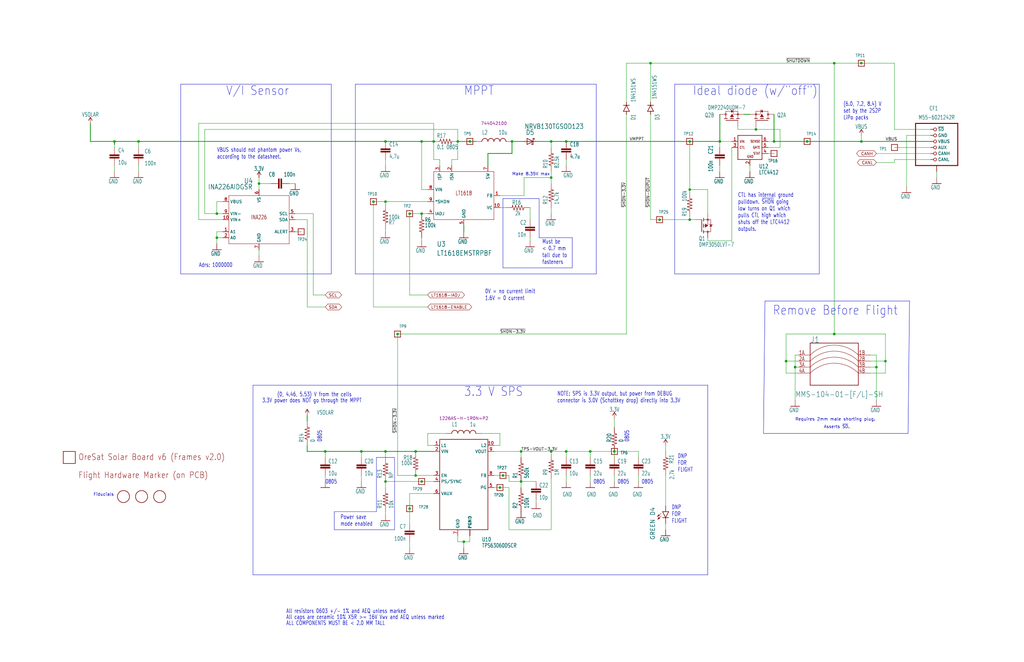
<source format=kicad_sch>
(kicad_sch (version 20231120) (generator "eeschema") (generator_version "8.0")
  (paper "USLedger")
  (title_block (title "OreSat Silicon Solar Module (for Frame 2.0)") (date "2024-08-18") (rev "1.0"))
  (lib_symbols
    (symbol "1u_panel-eagle-import:3.3V" (power)
      (property "Value" "3.3V" (at 0 2.794 0))
      (symbol "3.3V_1_0"
        (pin power_in line (at 0 0 90) (length 2.54) (name "3.3V") (number "1"))
      )
    )
    (symbol "1u_panel-eagle-import:C-EU0402-B-NOSILK"
      (property "Reference" "C" (at 1.524 0.381 0))
      (symbol "C-EU0402-B-NOSILK_1_0"
        (pin passive line (at 0 2.54 270) (length 2.54) (name "1") (number "1"))
        (pin passive line (at 0 -5.08 90) (length 2.54) (name "2") (number "2"))
      )
    )
    (symbol "1u_panel-eagle-import:DIODE-SOD323-R"
      (property "Reference" "D3" (at -5.08 -3.81 0))
      (property "Value" "1N4151WS" (at 3.81 -2.54 0))
      (symbol "DIODE-SOD323-R_1_0"
        (pin passive line (at -2.54 0 0) (length 0) (name "A") (number "A"))
        (pin passive line (at 2.54 0 180) (length 0) (name "C") (number "C"))
      )
    )
    (symbol "1u_panel-eagle-import:FIDUCIAL")
    (symbol "1u_panel-eagle-import:FLIGHMARKERNEW"
      (symbol "FLIGHMARKERNEW_1_0"
        (text "Flight Hardware Marker (on PCB)" (at 0 0 0) (effects (font (size 2.54 2.159)) (justify left bottom)))
      )
    )
    (symbol "1u_panel-eagle-import:GND" (power)
      (property "Value" "GND" (at -2.54 -2.54 0))
      (symbol "GND_1_0"
        (pin power_in line (at 0 2.54 270) (length 2.54) (name "GND") (number "1"))
      )
    )
    (symbol "1u_panel-eagle-import:INA226AIDGSR"
      (symbol "INA226AIDGSR_1_0"
        (text "INA226" (at 0 0 0) (effects (font (size 1.778 1.27)) (justify bottom)))
        (pin passive line (at -15.24 -5.08 0) (length 2.54) (name "A1") (number "1"))
        (pin input line (at -15.24 0 0) (length 2.54) (name "VIN+") (number "10"))
        (pin passive line (at -15.24 -7.62 0) (length 2.54) (name "A0") (number "2"))
        (pin output line (at 15.24 -5.08 180) (length 2.54) (name "ALERT") (number "3"))
        (pin bidirectional line (at 15.24 0 180) (length 2.54) (name "SDA") (number "4"))
        (pin input line (at 15.24 2.54 180) (length 2.54) (name "SCL") (number "5"))
        (pin power_in line (at 0 12.7 270) (length 2.54) (name "VS") (number "6"))
        (pin power_in line (at 0 -12.7 90) (length 2.54) (name "GND") (number "7"))
        (pin input line (at -15.24 7.62 0) (length 2.54) (name "VBUS") (number "8"))
        (pin input line (at -15.24 2.54 0) (length 2.54) (name "VIN-") (number "9"))
      )
    )
    (symbol "1u_panel-eagle-import:L-MURATA-1226AS-H-1R0N=P2"
      (symbol "L-MURATA-1226AS-H-1R0N=P2_1_0"
        (pin passive line (at 0 7.62 270) (length 2.54) (name "1") (number "1"))
        (pin passive line (at 0 -7.62 90) (length 2.54) (name "2") (number "2"))
      )
    )
    (symbol "1u_panel-eagle-import:L-WURTH-744042100"
      (property "Reference" "L" (at 2.54 5.08 0))
      (symbol "L-WURTH-744042100_1_0"
        (pin passive line (at 0 7.62 270) (length 2.54) (name "1") (number "P$1"))
        (pin passive line (at 0 -7.62 90) (length 2.54) (name "2") (number "P$2"))
      )
    )
    (symbol "1u_panel-eagle-import:LED-GREEN0603"
      (property "Reference" "D" (at -3.429 -4.572 90))
      (symbol "LED-GREEN0603_1_0"
        (pin passive line (at 0 2.54 270) (length 2.54) (name "A") (number "A"))
        (pin passive line (at 0 -5.08 90) (length 2.54) (name "C") (number "C"))
      )
    )
    (symbol "1u_panel-eagle-import:LT1618EMSTRPBF"
      (property "Reference" "U" (at 5.08 -12.7 0))
      (symbol "LT1618EMSTRPBF_1_0"
        (text "LT1618" (at 0 0 0) (effects (font (size 1.778 1.27)) (justify bottom)))
        (pin input line (at 15.24 0 180) (length 2.54) (name "FB") (number "1"))
        (pin passive line (at 15.24 -5.08 180) (length 2.54) (name "VC") (number "10"))
        (pin passive line (at -5.08 12.7 270) (length 2.54) (name "ISN") (number "2"))
        (pin passive line (at -10.16 12.7 270) (length 2.54) (name "ISP") (number "3"))
        (pin input line (at -15.24 -7.62 0) (length 2.54) (name "IADJ") (number "4"))
        (pin power_in line (at 0 -12.7 90) (length 2.54) (name "GND") (number "5"))
        (pin output line (at 10.16 12.7 270) (length 2.54) (name "SW") (number "7"))
        (pin power_in line (at -15.24 2.54 0) (length 2.54) (name "VIN") (number "8"))
        (pin input line (at -15.24 -2.54 0) (length 2.54) (name "*SHDN") (number "9"))
      )
    )
    (symbol "1u_panel-eagle-import:LTC4412"
      (property "Reference" "U" (at 5.08 -7.62 0))
      (symbol "LTC4412_1_0"
        (text "CTL" (at -4.445 -0.635 0) (effects (font (size 1.016 0.8636)) (justify left bottom)))
        (text "GATE" (at 4.445 0.635 0) (effects (font (size 1.016 0.8636)) (justify right top)))
        (text "GND" (at -1.27 -4.445 0) (effects (font (size 1.016 0.8636)) (justify left bottom)))
        (text "SENSE" (at 4.445 3.175 0) (effects (font (size 1.016 0.8636)) (justify right top)))
        (text "STAT" (at 4.445 -1.905 0) (effects (font (size 1.016 0.8636)) (justify right top)))
        (text "VIN" (at -4.445 1.905 0) (effects (font (size 1.016 0.8636)) (justify left bottom)))
        (pin power_in line (at -7.62 2.54 0) (length 2.54) (name "VIN") (number "1"))
        (pin power_in line (at 0 -7.62 90) (length 2.54) (name "GND") (number "2"))
        (pin input line (at -7.62 0 0) (length 2.54) (name "CTL") (number "3"))
        (pin open_collector line (at 7.62 -2.54 180) (length 2.54) (name "STAT") (number "4"))
        (pin output line (at 7.62 0 180) (length 2.54) (name "GATE") (number "5"))
        (pin input line (at 7.62 2.54 180) (length 2.54) (name "SENSE") (number "6"))
      )
    )
    (symbol "1u_panel-eagle-import:MOSFET-PCH-SOT23-6"
      (property "Reference" "Q" (at -11.43 -1.27 0))
      (symbol "MOSFET-PCH-SOT23-6_1_0"
        (pin passive line (at 2.54 -5.08 90) (length 2.54) (name "D") (number "1"))
        (pin passive line (at 2.54 -5.08 90) (length 2.54) (name "D") (number "2"))
        (pin passive line (at -2.54 2.54 0) (length 2.54) (name "G") (number "3"))
        (pin passive line (at 2.54 5.08 270) (length 2.54) (name "S") (number "4"))
        (pin passive line (at 2.54 -5.08 90) (length 2.54) (name "D") (number "5"))
        (pin passive line (at 2.54 -5.08 90) (length 2.54) (name "D") (number "6"))
      )
    )
    (symbol "1u_panel-eagle-import:NRVB130TGSOD123"
      (property "Reference" "D" (at 5.08 -1.524 0))
      (symbol "NRVB130TGSOD123_1_0"
        (pin passive line (at -2.54 0 0) (length 2.54) (name "ANODE") (number "A"))
        (pin passive line (at 2.54 0 180) (length 2.54) (name "CATHODE") (number "K"))
      )
    )
    (symbol "1u_panel-eagle-import:ORESAT-SOLAR-BOARD-V4-SPECTROLABS"
      (symbol "ORESAT-SOLAR-BOARD-V4-SPECTROLABS_1_0"
        (text "OreSat Solar Board v6 (Frames v2.0)" (at 3.81 -1.27 0) (effects (font (size 2.54 2.159)) (justify left bottom)))
      )
    )
    (symbol "1u_panel-eagle-import:Q-MOSFET-PCH-dual-SOT23-6_MOSFET-PCH-SOT23-6"
      (property "Reference" "Q" (at -11.43 -1.27 0))
      (symbol "Q-MOSFET-PCH-dual-SOT23-6_MOSFET-PCH-SOT23-6_1_0"
        (pin passive line (at -2.54 2.54 0) (length 2.54) (name "G") (number "1"))
        (pin passive line (at 2.54 5.08 270) (length 2.54) (name "S") (number "5"))
        (pin passive line (at 2.54 -5.08 90) (length 2.54) (name "D") (number "6"))
      )
      (symbol "Q-MOSFET-PCH-dual-SOT23-6_MOSFET-PCH-SOT23-6_2_0"
        (pin passive line (at 2.54 5.08 270) (length 2.54) (name "S") (number "2"))
        (pin passive line (at -2.54 2.54 0) (length 2.54) (name "G") (number "3"))
        (pin passive line (at 2.54 -5.08 90) (length 2.54) (name "D") (number "4"))
      )
    )
    (symbol "1u_panel-eagle-import:R-US_0603-C-NOSILK"
      (property "Reference" "R" (at -3.81 1.4986 0))
      (symbol "R-US_0603-C-NOSILK_1_0"
        (pin passive line (at -5.08 0 0) (length 2.54) (name "1") (number "1"))
        (pin passive line (at 5.08 0 180) (length 2.54) (name "2") (number "2"))
      )
    )
    (symbol "1u_panel-eagle-import:R-US_0805-C-NOSILK"
      (property "Reference" "R" (at -3.81 1.4986 0))
      (symbol "R-US_0805-C-NOSILK_1_0"
        (pin passive line (at -5.08 0 0) (length 2.54) (name "1") (number "1"))
        (pin passive line (at 5.08 0 180) (length 2.54) (name "2") (number "2"))
      )
    )
    (symbol "1u_panel-eagle-import:SAMTEC-MMS-104-02-X-SHJ"
      (property "Reference" "J1" (at 0 5.08 0))
      (property "Value" "MMS-104-01-[F/L]-SH" (at 0 -15.24 0))
      (symbol "SAMTEC-MMS-104-02-X-SHJ_1_0"
        (text "1A" (at -4.78 0 0) (effects (font (size 1.778 1.27)) (justify left bottom)))
        (text "1B" (at 20.5 0 0) (effects (font (size 1.778 1.27)) (justify left bottom)))
        (text "2A" (at -4.78 -2.54 0) (effects (font (size 1.778 1.27)) (justify left bottom)))
        (text "2B" (at 20.5 -2.54 0) (effects (font (size 1.778 1.27)) (justify left bottom)))
        (text "3A" (at -4.78 -5.08 0) (effects (font (size 1.778 1.27)) (justify left bottom)))
        (text "3B" (at 20.5 -5.08 0) (effects (font (size 1.778 1.27)) (justify left bottom)))
        (text "4A" (at -4.78 -7.62 0) (effects (font (size 1.778 1.27)) (justify left bottom)))
        (text "4B" (at 20.5 -7.62 0) (effects (font (size 1.778 1.27)) (justify left bottom)))
        (pin passive line (at -5.08 0 0) (length 5.08) (name "1A") (number "1A"))
        (pin passive line (at 25.4 0 180) (length 5.08) (name "1B") (number "1B"))
        (pin passive line (at -5.08 -2.54 0) (length 5.08) (name "2A") (number "2A"))
        (pin passive line (at 25.4 -2.54 180) (length 5.08) (name "2B") (number "2B"))
        (pin passive line (at -5.08 -5.08 0) (length 5.08) (name "3A") (number "3A"))
        (pin passive line (at 25.4 -5.08 180) (length 5.08) (name "3B") (number "3B"))
        (pin passive line (at -5.08 -7.62 0) (length 5.08) (name "4A") (number "4A"))
        (pin passive line (at 25.4 -7.62 180) (length 5.08) (name "4B") (number "4B"))
      )
    )
    (symbol "1u_panel-eagle-import:SOLAR-BOARD-CONNECTOR"
      (property "Reference" "CF" (at -6.35 10.795 0))
      (symbol "SOLAR-BOARD-CONNECTOR_1_0"
        (pin passive inverted (at -2.54 5.08 0) (length 2.54) (name "~{SD}") (number "1"))
        (pin passive inverted (at -2.54 -5.08 0) (length 2.54) (name "CANH") (number "10"))
        (pin passive inverted (at -2.54 -7.62 0) (length 2.54) (name "CANL") (number "11"))
        (pin passive inverted (at -2.54 -7.62 0) (length 2.54) (name "CANL") (number "12"))
        (pin passive inverted (at -2.54 5.08 0) (length 2.54) (name "~{SD}") (number "2"))
        (pin passive inverted (at -2.54 2.54 0) (length 2.54) (name "GND") (number "3"))
        (pin passive inverted (at -2.54 2.54 0) (length 2.54) (name "GND") (number "4"))
        (pin passive inverted (at -2.54 0 0) (length 2.54) (name "VBUS") (number "5"))
        (pin passive inverted (at -2.54 0 0) (length 2.54) (name "VBUS") (number "6"))
        (pin passive inverted (at -2.54 -2.54 0) (length 2.54) (name "AUX") (number "7"))
        (pin passive inverted (at -2.54 -2.54 0) (length 2.54) (name "AUX") (number "8"))
        (pin passive inverted (at -2.54 -5.08 0) (length 2.54) (name "CANH") (number "9"))
        (pin passive line (at 0 -12.7 90) (length 2.54) (name "SHIELD") (number "P$1"))
        (pin passive line (at 0 -12.7 90) (length 2.54) (name "SHIELD") (number "P$2"))
        (pin passive line (at 0 -12.7 90) (length 2.54) (name "SHIELD") (number "P$3"))
        (pin passive line (at 0 -12.7 90) (length 2.54) (name "SHIELD") (number "P$4"))
      )
    )
    (symbol "1u_panel-eagle-import:TEST-POINT-LARGE-SQUARE"
      (property "Reference" "TP" (at -2.54 2.54 0))
      (symbol "TEST-POINT-LARGE-SQUARE_1_0"
        (pin passive line (at 0 0 0) (length 0) (name "1") (number "1"))
      )
    )
    (symbol "1u_panel-eagle-import:U-TI-TPS63060DCT-BUCKBOOST"
      (symbol "U-TI-TPS63060DCT-BUCKBOOST_1_0"
        (pin passive line (at -12.7 15.24 0) (length 2.54) (name "L1") (number "1"))
        (pin passive line (at 12.7 15.24 180) (length 2.54) (name "L2") (number "10"))
        (pin power_in line (at 2.54 -22.86 90) (length 2.54) (name "PGND") (number "11"))
        (pin power_in line (at 2.54 -22.86 90) (length 2.54) (name "PGND") (number "12"))
        (pin power_in line (at 2.54 -22.86 90) (length 2.54) (name "PGND") (number "13"))
        (pin power_in line (at 2.54 -22.86 90) (length 2.54) (name "PGND") (number "14"))
        (pin power_in line (at 2.54 -22.86 90) (length 2.54) (name "PGND") (number "15"))
        (pin power_in line (at 2.54 -22.86 90) (length 2.54) (name "PGND") (number "16"))
        (pin power_in line (at 2.54 -22.86 90) (length 2.54) (name "PGND") (number "17"))
        (pin power_in line (at 2.54 -22.86 90) (length 2.54) (name "PGND") (number "18"))
        (pin power_in line (at 2.54 -22.86 90) (length 2.54) (name "PGND") (number "19"))
        (pin power_in line (at -12.7 12.7 0) (length 2.54) (name "VIN") (number "2"))
        (pin input line (at -12.7 2.54 0) (length 2.54) (name "EN") (number "3"))
        (pin input line (at -12.7 0 0) (length 2.54) (name "PS/SYNC") (number "4"))
        (pin open_collector line (at 12.7 -2.54 180) (length 2.54) (name "PG") (number "5"))
        (pin output line (at -12.7 -5.08 0) (length 2.54) (name "VAUX") (number "6"))
        (pin power_in line (at -2.54 -22.86 90) (length 2.54) (name "GND") (number "7"))
        (pin passive line (at 12.7 2.54 180) (length 2.54) (name "FB") (number "8"))
        (pin power_in line (at 12.7 12.7 180) (length 2.54) (name "VOUT") (number "9"))
      )
    )
    (symbol "1u_panel-eagle-import:VBUS" (power)
      (property "Value" "VBUS" (at 0 0.254 0))
      (symbol "VBUS_1_0"
        (pin power_in line (at 0 -2.54 90) (length 2.54) (name "VBUS") (number "1"))
      )
    )
    (symbol "1u_panel-eagle-import:VSOLAR" (power)
      (property "Value" "VSOLAR" (at 0 2.794 0))
      (symbol "VSOLAR_1_0"
        (pin power_in line (at 0 0 90) (length 2.54) (name "VSOLAR") (number "1"))
      )
    )
    (symbol "1u_panel-eagle-import:oresat-rcl_C-EU0603-C-NOSILK"
      (property "Reference" "C" (at 1.524 0.381 0))
      (symbol "oresat-rcl_C-EU0603-C-NOSILK_1_0"
        (pin passive line (at 0 2.54 270) (length 2.54) (name "1") (number "1"))
        (pin passive line (at 0 -5.08 90) (length 2.54) (name "2") (number "2"))
      )
    )
    (symbol "1u_panel-eagle-import:oresat-rcl_C-EU0805-B-NOSILK"
      (property "Reference" "C" (at 1.524 0.381 0))
      (symbol "oresat-rcl_C-EU0805-B-NOSILK_1_0"
        (pin passive line (at 0 2.54 270) (length 2.54) (name "1") (number "1"))
        (pin passive line (at 0 -5.08 90) (length 2.54) (name "2") (number "2"))
      )
    )
    (symbol "DIODE-SOD323-R_1"
      (property "Reference" "D1" (at -5.08 -3.81 0))
      (property "Value" "1N4151WS" (at 2.54 -3.81 0))
      (symbol "DIODE-SOD323-R_1_1_0"
        (pin passive line (at -2.54 0 0) (length 0) (name "A") (number "A"))
        (pin passive line (at 2.54 0 180) (length 0) (name "C") (number "C"))
      )
    )
  )
  (junction (at 162.56 59.69))
  (junction (at 175.26 200.66))
  (junction (at 58.42 59.69))
  (junction (at 318.77 54.61))
  (junction (at 351.79 140.97))
  (junction (at 290.83 92.71))
  (junction (at 340.36 59.69))
  (junction (at 212.09 200.66))
  (junction (at 369.57 154.94))
  (junction (at 232.41 59.69))
  (junction (at 177.8 203.2))
  (junction (at 215.9 59.69))
  (junction (at 238.76 59.69))
  (junction (at 363.22 59.69))
  (junction (at 162.56 190.5))
  (junction (at 198.12 59.69))
  (junction (at 157.48 85.09))
  (junction (at 363.22 26.67))
  (junction (at 248.92 190.5))
  (junction (at 219.71 203.2))
  (junction (at 326.39 59.69))
  (junction (at 278.13 92.71))
  (junction (at 177.8 59.69))
  (junction (at 373.38 152.4))
  (junction (at 238.76 190.5))
  (junction (at 172.72 214.63))
  (junction (at 109.22 77.47))
  (junction (at 195.58 228.6))
  (junction (at 182.88 59.69))
  (junction (at 91.44 100.33))
  (junction (at 152.4 190.5))
  (junction (at 303.53 59.69))
  (junction (at 331.47 152.4))
  (junction (at 193.04 59.69))
  (junction (at 232.41 190.5))
  (junction (at 351.79 26.67))
  (junction (at 290.83 59.69))
  (junction (at 172.72 90.17))
  (junction (at 290.83 80.01))
  (junction (at 167.64 140.97))
  (junction (at 177.8 90.17))
  (junction (at 175.26 190.5))
  (junction (at 91.44 90.17))
  (junction (at 259.08 190.5))
  (junction (at 335.28 154.94))
  (junction (at 48.26 59.69))
  (junction (at 162.56 85.09))
  (junction (at 274.32 26.67))
  (junction (at 137.16 190.5))
  (junction (at 232.41 74.93))
  (junction (at 162.56 203.2))
  (junction (at 219.71 190.5))
  (junction (at 210.82 205.74))
  (polyline (pts (xy 284.48 35.56) (xy 345.44 35.56)) (stroke (width 0.1524) (type solid)))
  (wire (pts (xy 172.72 124.46) (xy 172.72 90.17)) (stroke (width 0.1524)))
  (polyline (pts (xy 158.75 215.9) (xy 140.97 215.9)) (stroke (width 0.1524) (type solid)))
  (wire (pts (xy 232.41 62.23) (xy 232.41 59.69)) (stroke (width 0.1524)))
  (wire (pts (xy 219.71 203.2) (xy 226.06 203.2)) (stroke (width 0.1524)))
  (wire (pts (xy 109.22 77.47) (xy 114.3 77.47)) (stroke (width 0.1524)))
  (wire (pts (xy 162.56 97.79) (xy 162.56 96.52)) (stroke (width 0.1524)))
  (wire (pts (xy 200.66 59.69) (xy 198.12 59.69)) (stroke (width 0.3048)))
  (wire (pts (xy 303.53 62.23) (xy 303.53 59.69)) (stroke (width 0.1524)))
  (wire (pts (xy 48.26 59.69) (xy 58.42 59.69)) (stroke (width 0.3048)))
  (wire (pts (xy 198.12 59.69) (xy 193.04 59.69)) (stroke (width 0.3048)))
  (wire (pts (xy 311.15 53.34) (xy 311.15 54.61)) (stroke (width 0.1524)))
  (wire (pts (xy 58.42 72.39) (xy 58.42 69.85)) (stroke (width 0.1524)))
  (polyline (pts (xy 251.46 115.57) (xy 251.46 35.56)) (stroke (width 0.1524) (type solid)))
  (wire (pts (xy 232.41 59.69) (xy 226.06 59.69)) (stroke (width 0.3048)))
  (wire (pts (xy 83.82 52.07) (xy 182.88 52.07)) (stroke (width 0.1524)))
  (wire (pts (xy 238.76 59.69) (xy 232.41 59.69)) (stroke (width 0.3048)))
  (wire (pts (xy 167.64 140.97) (xy 264.16 140.97)) (stroke (width 0.1524)))
  (polyline (pts (xy 139.7 115.57) (xy 139.7 35.56)) (stroke (width 0.1524) (type solid)))
  (polyline (pts (xy 322.58 127) (xy 383.54 127)) (stroke (width 0.1524) (type solid)))
  (wire (pts (xy 214.63 203.2) (xy 214.63 200.66)) (stroke (width 0.1524)))
  (wire (pts (xy 298.45 101.6) (xy 308.61 101.6)) (stroke (width 0.1524)))
  (wire (pts (xy 208.28 190.5) (xy 219.71 190.5)) (stroke (width 0.1524)))
  (wire (pts (xy 167.64 200.66) (xy 167.64 140.97)) (stroke (width 0.1524)))
  (wire (pts (xy 335.28 168.91) (xy 335.28 154.94)) (stroke (width 0.1524)))
  (polyline (pts (xy 149.86 35.56) (xy 149.86 115.57)) (stroke (width 0.1524) (type solid)))
  (wire (pts (xy 190.5 69.85) (xy 190.5 67.31)) (stroke (width 0.1524)))
  (wire (pts (xy 137.16 193.04) (xy 137.16 190.5)) (stroke (width 0.1524)))
  (wire (pts (xy 214.63 205.74) (xy 210.82 205.74)) (stroke (width 0.1524)))
  (wire (pts (xy 328.93 62.23) (xy 328.93 54.61)) (stroke (width 0.1524)))
  (wire (pts (xy 367.03 157.48) (xy 373.38 157.48)) (stroke (width 0.1524)))
  (wire (pts (xy 219.71 203.2) (xy 214.63 203.2)) (stroke (width 0.1524)))
  (wire (pts (xy 109.22 77.47) (xy 109.22 74.93)) (stroke (width 0.1524)))
  (wire (pts (xy 195.58 231.14) (xy 195.58 228.6)) (stroke (width 0.1524)))
  (wire (pts (xy 331.47 152.4) (xy 336.55 152.4)) (stroke (width 0.1524)))
  (wire (pts (xy 351.79 140.97) (xy 351.79 26.67)) (stroke (width 0.1524)))
  (wire (pts (xy 392.43 67.31) (xy 377.19 67.31)) (stroke (width 0.1524)))
  (wire (pts (xy 232.41 223.52) (xy 214.63 223.52)) (stroke (width 0.1524)))
  (wire (pts (xy 129.54 92.71) (xy 129.54 129.54)) (stroke (width 0.1524)))
  (wire (pts (xy 394.97 74.93) (xy 394.97 72.39)) (stroke (width 0.1524)))
  (wire (pts (xy 58.42 62.23) (xy 58.42 59.69)) (stroke (width 0.1524)))
  (wire (pts (xy 162.56 69.85) (xy 162.56 67.31)) (stroke (width 0.1524)))
  (wire (pts (xy 195.58 228.6) (xy 198.12 228.6)) (stroke (width 0.1524)))
  (polyline (pts (xy 140.97 215.9) (xy 140.97 223.52)) (stroke (width 0.1524) (type solid)))
  (wire (pts (xy 303.53 72.39) (xy 303.53 69.85)) (stroke (width 0.1524)))
  (wire (pts (xy 180.34 80.01) (xy 177.8 80.01)) (stroke (width 0.1524)))
  (wire (pts (xy 298.45 80.01) (xy 290.83 80.01)) (stroke (width 0.1524)))
  (wire (pts (xy 248.92 190.5) (xy 238.76 190.5)) (stroke (width 0.1524)))
  (wire (pts (xy 220.98 59.69) (xy 215.9 59.69)) (stroke (width 0.3048)))
  (wire (pts (xy 373.38 152.4) (xy 367.03 152.4)) (stroke (width 0.1524)))
  (wire (pts (xy 172.72 231.14) (xy 172.72 228.6)) (stroke (width 0.1524)))
  (polyline (pts (xy 241.3 100.33) (xy 241.3 113.03)) (stroke (width 0.1524) (type solid)))
  (wire (pts (xy 198.12 228.6) (xy 198.12 226.06)) (stroke (width 0.1524)))
  (wire (pts (xy 177.8 101.6) (xy 177.8 100.33)) (stroke (width 0.1524)))
  (wire (pts (xy 58.42 59.69) (xy 162.56 59.69)) (stroke (width 0.3048)))
  (wire (pts (xy 377.19 54.61) (xy 377.19 26.67)) (stroke (width 0.1524)))
  (wire (pts (xy 193.04 67.31) (xy 193.04 59.69)) (stroke (width 0.1524)))
  (wire (pts (xy 280.67 200.66) (xy 280.67 213.36)) (stroke (width 0.1524)))
  (wire (pts (xy 48.26 59.69) (xy 48.26 62.23)) (stroke (width 0.1524)))
  (wire (pts (xy 232.41 90.17) (xy 232.41 87.63)) (stroke (width 0.1524)))
  (wire (pts (xy 238.76 59.69) (xy 290.83 59.69)) (stroke (width 0.3048)))
  (polyline (pts (xy 298.45 162.56) (xy 106.68 162.56)) (stroke (width 0.1524) (type solid)))
  (wire (pts (xy 232.41 72.39) (xy 232.41 74.93)) (stroke (width 0.1524)))
  (wire (pts (xy 182.88 200.66) (xy 175.26 200.66)) (stroke (width 0.1524)))
  (wire (pts (xy 223.52 100.33) (xy 223.52 101.6)) (stroke (width 0.1524)))
  (wire (pts (xy 269.24 190.5) (xy 269.24 193.04)) (stroke (width 0.1524)))
  (wire (pts (xy 157.48 129.54) (xy 180.34 129.54)) (stroke (width 0.1524)))
  (wire (pts (xy 226.06 212.09) (xy 226.06 210.82)) (stroke (width 0.1524)))
  (wire (pts (xy 210.82 187.96) (xy 210.82 182.88)) (stroke (width 0.1524)))
  (wire (pts (xy 219.71 203.2) (xy 219.71 205.74)) (stroke (width 0.1524)))
  (wire (pts (xy 248.92 203.2) (xy 248.92 200.66)) (stroke (width 0.1524)))
  (wire (pts (xy 91.44 97.79) (xy 91.44 100.33)) (stroke (width 0.1524)))
  (wire (pts (xy 311.15 54.61) (xy 318.77 54.61)) (stroke (width 0.1524)))
  (wire (pts (xy 318.77 54.61) (xy 318.77 53.34)) (stroke (width 0.1524)))
  (wire (pts (xy 351.79 26.67) (xy 363.22 26.67)) (stroke (width 0.1524)))
  (wire (pts (xy 219.71 190.5) (xy 232.41 190.5)) (stroke (width 0.1524)))
  (wire (pts (xy 335.28 149.86) (xy 336.55 149.86)) (stroke (width 0.1524)))
  (wire (pts (xy 193.04 228.6) (xy 195.58 228.6)) (stroke (width 0.1524)))
  (wire (pts (xy 326.39 59.69) (xy 340.36 59.69)) (stroke (width 0.3048)))
  (wire (pts (xy 129.54 190.5) (xy 129.54 187.96)) (stroke (width 0.3048)))
  (wire (pts (xy 212.09 200.66) (xy 208.28 200.66)) (stroke (width 0.1524)))
  (wire (pts (xy 336.55 157.48) (xy 331.47 157.48)) (stroke (width 0.1524)))
  (wire (pts (xy 190.5 67.31) (xy 193.04 67.31)) (stroke (width 0.1524)))
  (wire (pts (xy 290.83 91.44) (xy 290.83 92.71)) (stroke (width 0.1524)))
  (polyline (pts (xy 284.48 115.57) (xy 284.48 35.56)) (stroke (width 0.1524) (type solid)))
  (wire (pts (xy 86.36 54.61) (xy 193.04 54.61)) (stroke (width 0.1524)))
  (wire (pts (xy 298.45 100.33) (xy 298.45 101.6)) (stroke (width 0.1524)))
  (wire (pts (xy 308.61 101.6) (xy 308.61 62.23)) (stroke (width 0.1524)))
  (wire (pts (xy 175.26 190.5) (xy 182.88 190.5)) (stroke (width 0.3048)))
  (wire (pts (xy 274.32 26.67) (xy 264.16 26.67)) (stroke (width 0.1524)))
  (polyline (pts (xy 241.3 113.03) (xy 212.09 113.03)) (stroke (width 0.1524) (type solid)))
  (wire (pts (xy 152.4 190.5) (xy 137.16 190.5)) (stroke (width 0.3048)))
  (wire (pts (xy 290.83 59.69) (xy 290.83 80.01)) (stroke (width 0.1524)))
  (wire (pts (xy 274.32 48.26) (xy 274.32 92.71)) (stroke (width 0.1524)))
  (wire (pts (xy 238.76 200.66) (xy 238.76 203.2)) (stroke (width 0.1524)))
  (wire (pts (xy 152.4 190.5) (xy 162.56 190.5)) (stroke (width 0.3048)))
  (wire (pts (xy 335.28 154.94) (xy 335.28 149.86)) (stroke (width 0.1524)))
  (polyline (pts (xy 251.46 35.56) (xy 149.86 35.56)) (stroke (width 0.1524) (type solid)))
  (wire (pts (xy 369.57 149.86) (xy 369.57 154.94)) (stroke (width 0.1524)))
  (wire (pts (xy 351.79 140.97) (xy 373.38 140.97)) (stroke (width 0.1524)))
  (wire (pts (xy 274.32 43.18) (xy 274.32 26.67)) (stroke (width 0.1524)))
  (wire (pts (xy 172.72 214.63) (xy 172.72 220.98)) (stroke (width 0.1524)))
  (polyline (pts (xy 284.48 115.57) (xy 345.44 115.57)) (stroke (width 0.1524) (type solid)))
  (wire (pts (xy 290.83 80.01) (xy 290.83 81.28)) (stroke (width 0.1524)))
  (wire (pts (xy 83.82 92.71) (xy 83.82 52.07)) (stroke (width 0.1524)))
  (wire (pts (xy 377.19 67.31) (xy 377.19 68.58)) (stroke (width 0.1524)))
  (polyline (pts (xy 227.33 100.33) (xy 241.3 100.33)) (stroke (width 0.1524) (type solid)))
  (wire (pts (xy 223.52 92.71) (xy 223.52 87.63)) (stroke (width 0.1524)))
  (wire (pts (xy 182.88 203.2) (xy 177.8 203.2)) (stroke (width 0.1524)))
  (wire (pts (xy 162.56 190.5) (xy 175.26 190.5)) (stroke (width 0.3048)))
  (wire (pts (xy 137.16 200.66) (xy 137.16 203.2)) (stroke (width 0.1524)))
  (wire (pts (xy 48.26 60.96) (xy 48.26 59.69)) (stroke (width 0.3048)))
  (wire (pts (xy 232.41 74.93) (xy 220.98 74.93)) (stroke (width 0.1524)))
  (wire (pts (xy 152.4 190.5) (xy 152.4 193.04)) (stroke (width 0.1524)))
  (wire (pts (xy 91.44 100.33) (xy 91.44 102.87)) (stroke (width 0.1524)))
  (wire (pts (xy 367.03 154.94) (xy 369.57 154.94)) (stroke (width 0.1524)))
  (wire (pts (xy 129.54 129.54) (xy 137.16 129.54)) (stroke (width 0.1524)))
  (wire (pts (xy 175.26 200.66) (xy 167.64 200.66)) (stroke (width 0.1524)))
  (wire (pts (xy 290.83 92.71) (xy 278.13 92.71)) (stroke (width 0.1524)))
  (wire (pts (xy 215.9 64.77) (xy 215.9 59.69)) (stroke (width 0.3048)))
  (wire (pts (xy 377.19 68.58) (xy 369.57 68.58)) (stroke (width 0.1524)))
  (polyline (pts (xy 140.97 223.52) (xy 166.37 223.52)) (stroke (width 0.1524) (type solid)))
  (wire (pts (xy 162.56 85.09) (xy 157.48 85.09)) (stroke (width 0.1524)))
  (wire (pts (xy 210.82 205.74) (xy 208.28 205.74)) (stroke (width 0.1524)))
  (wire (pts (xy 259.08 176.53) (xy 259.08 180.34)) (stroke (width 0.1524)))
  (wire (pts (xy 152.4 203.2) (xy 152.4 200.66)) (stroke (width 0.1524)))
  (wire (pts (xy 392.43 54.61) (xy 377.19 54.61)) (stroke (width 0.1524)))
  (wire (pts (xy 193.04 59.69) (xy 193.04 54.61)) (stroke (width 0.1524)))
  (wire (pts (xy 205.74 64.77) (xy 215.9 64.77)) (stroke (width 0.3048)))
  (wire (pts (xy 219.71 193.04) (xy 219.71 190.5)) (stroke (width 0.1524)))
  (wire (pts (xy 180.34 85.09) (xy 162.56 85.09)) (stroke (width 0.1524)))
  (wire (pts (xy 369.57 154.94) (xy 369.57 168.91)) (stroke (width 0.1524)))
  (wire (pts (xy 293.37 92.71) (xy 290.83 92.71)) (stroke (width 0.1524)))
  (wire (pts (xy 177.8 90.17) (xy 172.72 90.17)) (stroke (width 0.1524)))
  (wire (pts (xy 382.27 78.74) (xy 382.27 57.15)) (stroke (width 0.1524)))
  (polyline (pts (xy 345.44 115.57) (xy 345.44 35.56)) (stroke (width 0.1524) (type solid)))
  (wire (pts (xy 91.44 85.09) (xy 91.44 90.17)) (stroke (width 0.1524)))
  (wire (pts (xy 367.03 149.86) (xy 369.57 149.86)) (stroke (width 0.1524)))
  (polyline (pts (xy 298.45 242.57) (xy 298.45 162.56)) (stroke (width 0.1524) (type solid)))
  (wire (pts (xy 93.98 85.09) (xy 91.44 85.09)) (stroke (width 0.1524)))
  (wire (pts (xy 335.28 154.94) (xy 336.55 154.94)) (stroke (width 0.1524)))
  (wire (pts (xy 331.47 152.4) (xy 331.47 140.97)) (stroke (width 0.1524)))
  (wire (pts (xy 182.88 59.69) (xy 182.88 67.31)) (stroke (width 0.1524)))
  (polyline (pts (xy 149.86 115.57) (xy 251.46 115.57)) (stroke (width 0.1524) (type solid)))
  (wire (pts (xy 193.04 226.06) (xy 193.04 228.6)) (stroke (width 0.1524)))
  (wire (pts (xy 269.24 203.2) (xy 269.24 200.66)) (stroke (width 0.1524)))
  (wire (pts (xy 132.08 90.17) (xy 124.46 90.17)) (stroke (width 0.1524)))
  (wire (pts (xy 308.61 59.69) (xy 303.53 59.69)) (stroke (width 0.1524)))
  (wire (pts (xy 162.56 59.69) (xy 177.8 59.69)) (stroke (width 0.3048)))
  (wire (pts (xy 180.34 124.46) (xy 172.72 124.46)) (stroke (width 0.1524)))
  (wire (pts (xy 373.38 140.97) (xy 373.38 152.4)) (stroke (width 0.1524)))
  (wire (pts (xy 363.22 59.69) (xy 363.22 57.15)) (stroke (width 0.1524)))
  (wire (pts (xy 232.41 190.5) (xy 232.41 191.77)) (stroke (width 0.1524)))
  (wire (pts (xy 91.44 100.33) (xy 93.98 100.33)) (stroke (width 0.1524)))
  (wire (pts (xy 109.22 80.01) (xy 109.22 77.47)) (stroke (width 0.1524)))
  (wire (pts (xy 280.67 187.96) (xy 280.67 190.5)) (stroke (width 0.1524)))
  (wire (pts (xy 274.32 26.67) (xy 351.79 26.67)) (stroke (width 0.1524)))
  (wire (pts (xy 195.58 97.79) (xy 195.58 95.25)) (stroke (width 0.3048)))
  (wire (pts (xy 86.36 54.61) (xy 86.36 90.17)) (stroke (width 0.1524)))
  (wire (pts (xy 248.92 193.04) (xy 248.92 190.5)) (stroke (width 0.1524)))
  (wire (pts (xy 177.8 80.01) (xy 177.8 59.69)) (stroke (width 0.1524)))
  (wire (pts (xy 124.46 77.47) (xy 121.92 77.47)) (stroke (width 0.1524)))
  (wire (pts (xy 340.36 59.69) (xy 363.22 59.69)) (stroke (width 0.3048)))
  (wire (pts (xy 298.45 80.01) (xy 298.45 90.17)) (stroke (width 0.1524)))
  (wire (pts (xy 363.22 59.69) (xy 392.43 59.69)) (stroke (width 0.3048)))
  (wire (pts (xy 182.88 59.69) (xy 182.88 52.07)) (stroke (width 0.1524)))
  (wire (pts (xy 373.38 157.48) (xy 373.38 152.4)) (stroke (width 0.1524)))
  (wire (pts (xy 185.42 67.31) (xy 185.42 69.85)) (stroke (width 0.1524)))
  (wire (pts (xy 172.72 208.28) (xy 172.72 214.63)) (stroke (width 0.1524)))
  (wire (pts (xy 323.85 62.23) (xy 328.93 62.23)) (stroke (width 0.1524)))
  (wire (pts (xy 129.54 177.8) (xy 129.54 175.26)) (stroke (width 0.3048)))
  (wire (pts (xy 264.16 140.97) (xy 264.16 48.26)) (stroke (width 0.1524)))
  (wire (pts (xy 259.08 190.5) (xy 248.92 190.5)) (stroke (width 0.1524)))
  (wire (pts (xy 238.76 190.5) (xy 238.76 193.04)) (stroke (width 0.1524)))
  (wire (pts (xy 264.16 26.67) (xy 264.16 43.18)) (stroke (width 0.1524)))
  (wire (pts (xy 318.77 54.61) (xy 328.93 54.61)) (stroke (width 0.1524)))
  (wire (pts (xy 214.63 200.66) (xy 212.09 200.66)) (stroke (width 0.1524)))
  (wire (pts (xy 232.41 201.93) (xy 232.41 223.52)) (stroke (width 0.1524)))
  (polyline (pts (xy 106.68 242.57) (xy 298.45 242.57)) (stroke (width 0.1524) (type solid)))
  (wire (pts (xy 182.88 67.31) (xy 185.42 67.31)) (stroke (width 0.1524)))
  (wire (pts (xy 323.85 59.69) (xy 326.39 59.69)) (stroke (width 0.1524)))
  (wire (pts (xy 132.08 90.17) (xy 132.08 124.46)) (stroke (width 0.1524)))
  (wire (pts (xy 91.44 90.17) (xy 93.98 90.17)) (stroke (width 0.1524)))
  (wire (pts (xy 162.56 86.36) (xy 162.56 85.09)) (stroke (width 0.1524)))
  (wire (pts (xy 210.82 182.88) (xy 203.2 182.88)) (stroke (width 0.1524)))
  (polyline (pts (xy 212.09 83.82) (xy 227.33 83.82)) (stroke (width 0.1524) (type solid)))
  (wire (pts (xy 259.08 203.2) (xy 259.08 200.66)) (stroke (width 0.1524)))
  (wire (pts (xy 238.76 69.85) (xy 238.76 67.31)) (stroke (width 0.1524)))
  (wire (pts (xy 303.53 59.69) (xy 290.83 59.69)) (stroke (width 0.3048)))
  (wire (pts (xy 93.98 92.71) (xy 83.82 92.71)) (stroke (width 0.1524)))
  (wire (pts (xy 274.32 92.71) (xy 278.13 92.71)) (stroke (width 0.1524)))
  (wire (pts (xy 127 97.79) (xy 124.46 97.79)) (stroke (width 0.1524)))
  (wire (pts (xy 182.88 208.28) (xy 172.72 208.28)) (stroke (width 0.1524)))
  (wire (pts (xy 259.08 190.5) (xy 269.24 190.5)) (stroke (width 0.1524)))
  (wire (pts (xy 220.98 82.55) (xy 210.82 82.55)) (stroke (width 0.1524)))
  (polyline (pts (xy 76.2 35.56) (xy 76.2 115.57)) (stroke (width 0.1524) (type solid)))
  (polyline (pts (xy 76.2 115.57) (xy 139.7 115.57)) (stroke (width 0.1524) (type solid)))
  (wire (pts (xy 86.36 90.17) (xy 91.44 90.17)) (stroke (width 0.1524)))
  (wire (pts (xy 303.53 48.26) (xy 303.53 59.69)) (stroke (width 0.3048)))
  (wire (pts (xy 177.8 203.2) (xy 162.56 203.2)) (stroke (width 0.1524)))
  (polyline (pts (xy 106.68 162.56) (xy 106.68 242.57)) (stroke (width 0.1524) (type solid)))
  (polyline (pts (xy 382.905 182.88) (xy 383.54 127)) (stroke (width 0.1524) (type solid)))
  (wire (pts (xy 259.08 193.04) (xy 259.08 190.5)) (stroke (width 0.1524)))
  (polyline (pts (xy 321.945 182.88) (xy 382.905 182.88)) (stroke (width 0.1524) (type solid)))
  (wire (pts (xy 377.19 26.67) (xy 363.22 26.67)) (stroke (width 0.1524)))
  (wire (pts (xy 162.56 190.5) (xy 162.56 193.04)) (stroke (width 0.1524)))
  (wire (pts (xy 162.56 217.17) (xy 162.56 215.9)) (stroke (width 0.1524)))
  (wire (pts (xy 38.1 59.69) (xy 38.1 52.07)) (stroke (width 0.3048)))
  (wire (pts (xy 109.22 107.95) (xy 109.22 105.41)) (stroke (width 0.1524)))
  (wire (pts (xy 180.34 182.88) (xy 187.96 182.88)) (stroke (width 0.1524)))
  (wire (pts (xy 91.44 97.79) (xy 93.98 97.79)) (stroke (width 0.1524)))
  (wire (pts (xy 48.26 69.85) (xy 48.26 72.39)) (stroke (width 0.1524)))
  (wire (pts (xy 137.16 190.5) (xy 129.54 190.5)) (stroke (width 0.3048)))
  (wire (pts (xy 129.54 92.71) (xy 124.46 92.71)) (stroke (width 0.1524)))
  (polyline (pts (xy 227.33 83.82) (xy 227.33 100.33)) (stroke (width 0.1524) (type solid)))
  (wire (pts (xy 331.47 140.97) (xy 351.79 140.97)) (stroke (width 0.1524)))
  (wire (pts (xy 331.47 157.48) (xy 331.47 152.4)) (stroke (width 0.1524)))
  (wire (pts (xy 132.08 124.46) (xy 137.16 124.46)) (stroke (width 0.1524)))
  (polyline (pts (xy 166.37 223.52) (xy 166.37 193.04)) (stroke (width 0.1524) (type solid)))
  (wire (pts (xy 392.43 64.77) (xy 369.57 64.77)) (stroke (width 0.1524)))
  (wire (pts (xy 162.56 205.74) (xy 162.56 203.2)) (stroke (width 0.1524)))
  (wire (pts (xy 326.39 64.77) (xy 323.85 64.77)) (stroke (width 0.1524)))
  (wire (pts (xy 392.43 57.15) (xy 382.27 57.15)) (stroke (width 0.1524)))
  (wire (pts (xy 180.34 90.17) (xy 177.8 90.17)) (stroke (width 0.1524)))
  (polyline (pts (xy 139.7 35.56) (xy 76.2 35.56)) (stroke (width 0.1524) (type solid)))
  (wire (pts (xy 220.98 74.93) (xy 220.98 82.55)) (stroke (width 0.1524)))
  (polyline (pts (xy 321.945 182.88) (xy 322.58 127)) (stroke (width 0.1524) (type solid)))
  (wire (pts (xy 182.88 187.96) (xy 180.34 187.96)) (stroke (width 0.1524)))
  (polyline (pts (xy 166.37 193.04) (xy 158.75 193.04)) (stroke (width 0.1524) (type solid)))
  (wire (pts (xy 232.41 190.5) (xy 238.76 190.5)) (stroke (width 0.1524)))
  (wire (pts (xy 326.39 48.26) (xy 326.39 59.69)) (stroke (width 0.3048)))
  (wire (pts (xy 208.28 187.96) (xy 210.82 187.96)) (stroke (width 0.1524)))
  (polyline (pts (xy 158.75 193.04) (xy 158.75 215.9)) (stroke (width 0.1524) (type solid)))
  (wire (pts (xy 280.67 220.98) (xy 280.67 223.52)) (stroke (width 0.1524)))
  (wire (pts (xy 180.34 187.96) (xy 180.34 182.88)) (stroke (width 0.1524)))
  (wire (pts (xy 313.69 48.26) (xy 316.23 48.26)) (stroke (width 0.3048)))
  (wire (pts (xy 232.41 74.93) (xy 232.41 77.47)) (stroke (width 0.1524)))
  (wire (pts (xy 177.8 59.69) (xy 182.88 59.69)) (stroke (width 0.3048)))
  (polyline (pts (xy 212.09 113.03) (xy 212.09 83.82)) (stroke (width 0.1524) (type solid)))
  (wire (pts (xy 157.48 85.09) (xy 157.48 129.54)) (stroke (width 0.1524)))
  (wire (pts (xy 205.74 69.85) (xy 205.74 64.77)) (stroke (width 0.3048)))
  (wire (pts (xy 392.43 62.23) (xy 377.19 62.23)) (stroke (width 0.1524)))
  (wire (pts (xy 213.36 87.63) (xy 210.82 87.63)) (stroke (width 0.1524)))
  (wire (pts (xy 316.23 72.39) (xy 316.23 69.85)) (stroke (width 0.1524)))
  (wire (pts (xy 214.63 223.52) (xy 214.63 205.74)) (stroke (width 0.1524)))
  (wire (pts (xy 38.1 59.69) (xy 48.26 59.69)) (stroke (width 0.3048)))
  (text "DNP\nFOR\nFLIGHT" (at 285.75 199.39 0) (effects (font (size 1.778 1.27)) (justify left bottom)))
  (text "0805" (at 260.35 204.47 0) (effects (font (size 1.778 1.27)) (justify left bottom)))
  (text "CTL has internal ground\npulldown. ~{SHDN} going\nlow turns on Q1 which\npulls CTL high which\nshuts off the LTC4412\noutputs." (at 311.15 97.79 0) (effects (font (size 1.778 1.27)) (justify left bottom)))
  (text "(0, 4.46, 5.53) V from the cells" (at 116.84 167.64 0) (effects (font (size 1.778 1.27)) (justify left bottom)))
  (text "Make 8.35V max" (at 215.9 74.295 0) (effects (font (size 1.27 1.27)) (justify left bottom)))
  (text "Asserts ~{SD}." (at 347.345 180.975 0) (effects (font (size 1.27 1.27)) (justify left bottom)))
  (text "ALL COMPONENTS MUST BE < 2.0 MM TALL" (at 120.65 264.16 0) (effects (font (size 1.778 1.27)) (justify left bottom)))
  (text "All resistors 0603 +/- 1% and AEQ unless marked" (at 120.65 259.08 0) (effects (font (size 1.778 1.27)) (justify left bottom)))
  (text "NOTE: SPS is 3.3V output, but power from DEBUG\nconnector is 3.0V (Schottkey drop) directly into 3.3V" (at 234.95 170.18 0) (effects (font (size 1.778 1.27)) (justify left bottom)))
  (text "0805" (at 135.89 186.69 90) (effects (font (size 1.778 1.27)) (justify left bottom)))
  (text "Power save\nmode enabled" (at 143.51 222.25 0) (effects (font (size 1.778 1.27)) (justify left bottom)))
  (text "3.3 V SPS" (at 195.58 167.64 0) (effects (font (size 3.81 3.2385)) (justify left bottom)))
  (text "MPPT" (at 195.58 40.64 0) (effects (font (size 3.81 3.2385)) (justify left bottom)))
  (text "All caps are ceramic 10% X5R >= 16V Vwv and AEQ unless marked" (at 120.65 261.62 0) (effects (font (size 1.778 1.27)) (justify left bottom)))
  (text "Ideal diode (w/\"off\")" (at 292.1 40.64 0) (effects (font (size 3.81 3.2385)) (justify left bottom)))
  (text "0805" (at 250.19 204.47 0) (effects (font (size 1.778 1.27)) (justify left bottom)))
  (text "Must be\n< 0.7 mm\ntall due to\nfasteners" (at 228.6 111.76 0) (effects (font (size 1.778 1.27)) (justify left bottom)))
  (text "0805" (at 137.16 204.47 0) (effects (font (size 1.778 1.27)) (justify left bottom)))
  (text "0805" (at 265.43 186.69 90) (effects (font (size 1.778 1.27)) (justify left bottom)))
  (text "Fiducials" (at 39.37 209.55 0) (effects (font (size 1.27 1.27)) (justify left bottom)))
  (text "DNP\nFOR\nFLIGHT" (at 283.21 220.98 0) (effects (font (size 1.778 1.27)) (justify left bottom)))
  (text "VBUS should not phantom power Vs,\naccording to the datasheet." (at 91.44 67.31 0) (effects (font (size 1.778 1.27)) (justify left bottom)))
  (text "3.3V power does NOT go through the MPPT" (at 110.49 170.18 0) (effects (font (size 1.778 1.27)) (justify left bottom)))
  (text "Remove Before Flight" (at 325.755 133.35 0) (effects (font (size 3.81 3.2385)) (justify left bottom)))
  (text "V/I Sensor" (at 95.25 40.64 0) (effects (font (size 3.81 3.2385)) (justify left bottom)))
  (text "0V = no current limit\n1.6V = 0 current" (at 204.47 127 0) (effects (font (size 1.778 1.27)) (justify left bottom)))
  (text "ALL COMPONENTS ABOVE FASTENERS MUST BE < 0.7 MM TALL" (at 29.21 292.1 0) (effects (font (size 1.778 1.27)) (justify left bottom)))
  (text "0805" (at 270.51 204.47 0) (effects (font (size 1.778 1.27)) (justify left bottom)))
  (text "Adrs: 1000000" (at 83.82 113.03 0) (effects (font (size 1.778 1.27)) (justify left bottom)))
  (text "(6.0, 7.2, 8.4) V\nset by the 2S2P\nLiPo packs" (at 355.6 50.8 0) (effects (font (size 1.778 1.27)) (justify left bottom)))
  (text "Requires 2mm male shorting plug." (at 335.28 177.8 0) (effects (font (size 1.27 1.27)) (justify left bottom)))
  (label "~{SHDN-3.3V}" (at 167.64 182.88 90) (effects (font (size 1.2446 1.2446))))
  (label "VMPPT" (at 265.43 59.69 0) (effects (font (size 1.2446 1.2446))))
  (label "TPS-VOUT-3.3V" (at 219.71 190.5 0) (effects (font (size 1.2446 1.2446))))
  (label "VBUS" (at 373.38 59.69 0) (effects (font (size 1.2446 1.2446))))
  (label "~{SHDN-3.3V}" (at 210.82 140.97 0) (effects (font (size 1.2446 1.2446))))
  (label "~{SHUTDOWN}" (at 331.47 26.67 0) (effects (font (size 1.2446 1.2446))))
  (label "~{SHDN-OUPUT}" (at 274.32 87.63 90) (effects (font (size 1.2446 1.2446))))
  (label "~{SHDN-3.3V}" (at 264.16 87.63 90) (effects (font (size 1.2446 1.2446))))
  (global_label "SDA" (shape bidirectional) (at 137.16 129.54 0) (effects (font (size 1.2446 1.2446))) (property "Intersheetrefs" "${INTERSHEET_REFS}" (effects (hide yes))))
  (global_label "CANH" (shape bidirectional) (at 369.57 64.77 180) (effects (font (size 1.2446 1.2446))) (property "Intersheetrefs" "${INTERSHEET_REFS}" (effects (hide yes))))
  (global_label "LT1618-IADJ" (shape bidirectional) (at 180.34 124.46 0) (effects (font (size 1.2446 1.2446))) (property "Intersheetrefs" "${INTERSHEET_REFS}" (effects (hide yes))))
  (global_label "CANL" (shape bidirectional) (at 369.57 68.58 180) (effects (font (size 1.2446 1.2446))) (property "Intersheetrefs" "${INTERSHEET_REFS}" (effects (hide yes))))
  (global_label "SCL" (shape bidirectional) (at 137.16 124.46 0) (effects (font (size 1.2446 1.2446))) (property "Intersheetrefs" "${INTERSHEET_REFS}" (effects (hide yes))))
  (global_label "LT1618-ENABLE" (shape bidirectional) (at 180.34 129.54 0) (effects (font (size 1.2446 1.2446))) (property "Intersheetrefs" "${INTERSHEET_REFS}" (effects (hide yes))))
  (symbol (lib_id "1u_panel-eagle-import:GND") (at 238.76 205.74 0) (mirror y) (unit 1)
    (property "Reference" "#GND025" (effects (hide yes)))
    (property "Value" "GND" (at 241.3 209.55 0) (effects (font (size 1.778 1.27)) (justify left bottom)))
  )
  (symbol (lib_id "1u_panel-eagle-import:GND") (at 195.58 100.33 0) (unit 1)
    (property "Reference" "#GND05" (effects (hide yes)))
    (property "Value" "GND" (at 193.04 102.87 0) (effects (font (size 1.778 1.27)) (justify left bottom)))
  )
  (symbol (lib_id "1u_panel-eagle-import:oresat-rcl_C-EU0805-B-NOSILK") (at 248.92 195.58 0) (unit 1)
    (property "Reference" "C15" (at 250.19 195.58 0) (effects (font (size 1.778 1.27)) (justify left bottom)))
    (property "Value" "22u" (at 250.19 200.66 0) (effects (font (size 1.778 1.27)) (justify left bottom)))
    (property "Footprint" "1u_panel:.0805-B-NOSILK" (effects (hide yes)))
    (property "DIS" "Digi-Key" (effects (hide yes)))
    (property "DPN" "1276-6817-1-ND" (effects (hide yes)))
    (property "MFR" "Samsung" (effects (hide yes)))
    (property "MPN" "CL32B226KOJVPNE" (effects (hide yes)))
  )
  (symbol (lib_id "1u_panel-eagle-import:GND") (at 162.56 72.39 0) (unit 1)
    (property "Reference" "#GND046" (effects (hide yes)))
    (property "Value" "GND" (at 160.02 74.93 0) (effects (font (size 1.778 1.27)) (justify left bottom)))
  )
  (symbol (lib_id "1u_panel-eagle-import:R-US_0603-C-NOSILK") (at 232.41 82.55 90) (unit 1)
    (property "Reference" "R12" (at 230.9114 86.36 0) (effects (font (size 1.778 1.27)) (justify left bottom)))
    (property "Value" "14.7k" (at 235.712 86.36 0) (effects (font (size 1.778 1.27)) (justify left bottom)))
    (property "Footprint" "1u_panel:.0603-C-NOSILK" (effects (hide yes)))
    (property "DIS" "Digi-Key" (effects (hide yes)))
    (property "DPN" "2019-RN73R1JTTD1422D25CT-ND" (effects (hide yes)))
    (property "MFR" "KOA" (effects (hide yes)))
    (property "MPN" "RN73R1JTTD1422D25" (effects (hide yes)))
  )
  (symbol (lib_id "1u_panel-eagle-import:TEST-POINT-LARGE-SQUARE") (at 363.22 26.67 0) (mirror y) (unit 1)
    (property "Reference" "TP11" (at 360.68 24.13 0) (effects (font (size 1.27 1.0795)) (justify right bottom)))
    (property "Value" "TEST-POINT-LARGE-SQUARE" (effects (hide yes)))
    (property "Footprint" "1u_panel:1X01" (effects (hide yes)))
  )
  (symbol (lib_id "1u_panel-eagle-import:oresat-rcl_C-EU0603-C-NOSILK") (at 116.84 77.47 90) (mirror x) (unit 1)
    (property "Reference" "C8" (at 113.284 74.549 90) (effects (font (size 1.778 1.27)) (justify right bottom)))
    (property "Value" "100n" (at 119.634 74.549 90) (effects (font (size 1.778 1.27)) (justify right bottom)))
    (property "Footprint" "1u_panel:.0603-C-NOSILK" (effects (hide yes)))
    (property "DIS" "Digi-Key" (effects (hide yes)))
    (property "DPN" "1276-6985-1-ND" (effects (hide yes)))
    (property "MFR" "Kemet" (effects (hide yes)))
    (property "MPN" "CL10B104KB85PND" (effects (hide yes)))
  )
  (symbol (lib_id "1u_panel-eagle-import:TEST-POINT-LARGE-SQUARE") (at 157.48 85.09 0) (unit 1)
    (property "Reference" "TP10" (at 154.94 82.55 0) (effects (font (size 1.27 1.0795)) (justify left bottom)))
    (property "Value" "TEST-POINT-LARGE-SQUARE" (effects (hide yes)))
    (property "Footprint" "1u_panel:1X01" (effects (hide yes)))
  )
  (symbol (lib_id "1u_panel-eagle-import:GND") (at 124.46 80.01 0) (unit 1)
    (property "Reference" "#GND043" (effects (hide yes)))
    (property "Value" "GND" (at 121.92 82.55 0) (effects (font (size 1.778 1.27)) (justify left bottom)))
  )
  (symbol (lib_id "1u_panel-eagle-import:R-US_0603-C-NOSILK") (at 219.71 210.82 90) (unit 1)
    (property "Reference" "R2" (at 218.2114 214.63 0) (effects (font (size 1.778 1.27)) (justify left bottom)))
    (property "Value" "100k" (at 223.012 214.63 0) (effects (font (size 1.778 1.27)) (justify left bottom)))
    (property "Footprint" "1u_panel:.0603-C-NOSILK" (effects (hide yes)))
    (property "DIS" "Digi-Key" (effects (hide yes)))
    (property "DPN" "RR08P100KDCT-ND" (effects (hide yes)))
    (property "MFR" "Susumu" (effects (hide yes)))
    (property "MPN" "RR0816P-104-D" (effects (hide yes)))
  )
  (symbol (lib_id "1u_panel-eagle-import:R-US_0603-C-NOSILK") (at 280.67 195.58 270) (unit 1)
    (property "Reference" "R21" (at 282.1686 191.77 0) (effects (font (size 1.778 1.27)) (justify left bottom)))
    (property "Value" "2.7k" (at 282.448 198.12 0) (effects (font (size 1.778 1.27)) (justify left bottom)))
    (property "Footprint" "1u_panel:.0603-C-NOSILK" (effects (hide yes)))
    (property "DIS" "Digi-Key" (effects (hide yes)))
    (property "DPN" "A129693CT-ND" (effects (hide yes)))
    (property "MFR" "TE" (effects (hide yes)))
    (property "MPN" "CRGCQ0603F2K7" (effects (hide yes)))
  )
  (symbol (lib_id "1u_panel-eagle-import:FLIGHMARKERNEW") (at 33.02 201.93 0) (unit 1)
    (property "Reference" "U$1" (effects (hide yes)))
    (property "Value" "FLIGHMARKERNEW" (effects (hide yes)))
    (property "Footprint" "1u_panel:FLIGHTMARKER_NEW_BOARDS" (effects (hide yes)))
  )
  (symbol (lib_id "1u_panel-eagle-import:GND") (at 394.97 77.47 0) (unit 1)
    (property "Reference" "#GND018" (effects (hide yes)))
    (property "Value" "GND" (at 392.43 80.01 0) (effects (font (size 1.778 1.27)) (justify left bottom)))
  )
  (symbol (lib_id "1u_panel-eagle-import:GND") (at 195.58 233.68 0) (unit 1)
    (property "Reference" "#GND014" (effects (hide yes)))
    (property "Value" "GND" (at 193.04 236.22 0) (effects (font (size 1.778 1.27)) (justify left bottom)))
  )
  (symbol (lib_id "1u_panel-eagle-import:TEST-POINT-LARGE-SQUARE") (at 177.8 203.2 0) (unit 1)
    (property "Reference" "TP29" (at 173.99 207.01 0) (effects (font (size 1.27 1.0795)) (justify left bottom)))
    (property "Value" "TEST-POINT-LARGE-SQUARE" (effects (hide yes)))
    (property "Footprint" "1u_panel:1X01" (effects (hide yes)))
  )
  (symbol (lib_id "1u_panel-eagle-import:SOLAR-BOARD-CONNECTOR") (at 394.97 59.69 0) (unit 1)
    (property "Reference" "CF1" (at 393.7 45.72 0) (effects (font (size 1.778 1.27))))
    (property "Value" "M55-6021242R" (at 394.97 49.53 0) (effects (font (size 1.778 1.27))))
    (property "Footprint" "1u_panel:HARWIN-M55-60X1242R" (effects (hide yes)))
  )
  (symbol (lib_id "1u_panel-eagle-import:FIDUCIAL") (at 52.07 209.55 0) (unit 1)
    (property "Reference" "U$4" (effects (hide yes)))
    (property "Value" "FIDUCIAL" (effects (hide yes)))
    (property "Footprint" "1u_panel:FIDUCIAL_1MM" (effects (hide yes)))
  )
  (symbol (lib_id "1u_panel-eagle-import:TEST-POINT-LARGE-SQUARE") (at 377.19 62.23 0) (unit 1)
    (property "Reference" "TP1" (at 370.84 63.5 0) (effects (font (size 1.27 1.0795)) (justify left bottom)))
    (property "Value" "TEST-POINT-LARGE-SQUARE" (effects (hide yes)))
    (property "Footprint" "1u_panel:1X01" (effects (hide yes)))
  )
  (symbol (lib_id "1u_panel-eagle-import:oresat-rcl_C-EU0603-C-NOSILK") (at 152.4 195.58 0) (unit 1)
    (property "Reference" "C20" (at 153.67 195.58 0) (effects (font (size 1.778 1.27)) (justify left bottom)))
    (property "Value" "10u" (at 153.67 200.66 0) (effects (font (size 1.778 1.27)) (justify left bottom)))
    (property "Footprint" "1u_panel:.0603-C-NOSILK" (effects (hide yes)))
    (property "DIS" "Digi-Key" (effects (hide yes)))
    (property "DPN" "490-12317-1-ND" (effects (hide yes)))
    (property "MFR" "Murata" (effects (hide yes)))
    (property "MPN" "GRT188R61C106KE13D" (effects (hide yes)))
  )
  (symbol (lib_id "1u_panel-eagle-import:oresat-rcl_C-EU0603-C-NOSILK") (at 48.26 64.77 0) (unit 1)
    (property "Reference" "C4" (at 49.784 64.389 0) (effects (font (size 1.778 1.27)) (justify left bottom)))
    (property "Value" "10u" (at 49.784 69.469 0) (effects (font (size 1.778 1.27)) (justify left bottom)))
    (property "Footprint" "1u_panel:.0603-C-NOSILK" (effects (hide yes)))
    (property "DIS" "Digi-Key" (effects (hide yes)))
    (property "DPN" "490-12317-1-ND" (effects (hide yes)))
    (property "MFR" "Murata" (effects (hide yes)))
    (property "MPN" "GRT188R61C106KE13D" (effects (hide yes)))
  )
  (symbol (lib_id "1u_panel-eagle-import:GND") (at 152.4 205.74 0) (unit 1)
    (property "Reference" "#GND024" (effects (hide yes)))
    (property "Value" "GND" (at 149.86 208.28 0) (effects (font (size 1.778 1.27)) (justify left bottom)))
  )
  (symbol (lib_id "1u_panel-eagle-import:R-US_0603-C-NOSILK") (at 162.56 198.12 90) (unit 1)
    (property "Reference" "R13" (at 161.0614 201.93 0) (effects (font (size 1.778 1.27)) (justify left bottom)))
    (property "Value" "NP" (at 165.862 201.93 0) (effects (font (size 1.778 1.27)) (justify left bottom)))
    (property "Footprint" "1u_panel:.0603-C-NOSILK" (effects (hide yes)))
    (property "DIS" "Digi-Key" (effects (hide yes)))
    (property "DPN" "RNCP0603FTD10K0CT-ND" (effects (hide yes)))
    (property "MFR" "Stackpole" (effects (hide yes)))
    (property "MPN" "RNCP0603FTD10K0" (effects (hide yes)))
  )
  (symbol (lib_id "1u_panel-eagle-import:oresat-rcl_C-EU0603-C-NOSILK") (at 223.52 95.25 0) (mirror y) (unit 1)
    (property "Reference" "C2" (at 221.996 94.869 0) (effects (font (size 1.778 1.27)) (justify left bottom)))
    (property "Value" "10n" (at 221.996 99.949 0) (effects (font (size 1.778 1.27)) (justify left bottom)))
    (property "Footprint" "1u_panel:.0603-C-NOSILK" (effects (hide yes)))
    (property "DIS" "Digi-Key" (effects (hide yes)))
    (property "DPN" "587-5957-1-ND" (effects (hide yes)))
    (property "MFR" "Taiyo" (effects (hide yes)))
    (property "MPN" "UMK107B7103KAHT" (effects (hide yes)))
  )
  (symbol (lib_id "1u_panel-eagle-import:LED-GREEN0603") (at 280.67 215.9 0) (unit 1)
    (property "Reference" "D4" (at 276.225 217.678 90) (effects (font (size 1.778 1.778)) (justify left bottom)))
    (property "Value" "GREEN" (at 276.225 218.948 90) (effects (font (size 1.778 1.778)) (justify right bottom)))
    (property "Footprint" "1u_panel:LED-0603" (effects (hide yes)))
    (property "DIS" "Digi-Key" (effects (hide yes)))
    (property "DPN" "1830-1064-1-ND" (effects (hide yes)))
    (property "MFR" "Inolux" (effects (hide yes)))
    (property "MPN" "IN-S63AT5A" (effects (hide yes)))
  )
  (symbol (lib_id "1u_panel-eagle-import:L-MURATA-1226AS-H-1R0N=P2") (at 195.58 182.88 90) (unit 1)
    (property "Reference" "L1" (at 191.77 179.07 90) (effects (font (size 1.778 1.27))))
    (property "Value" "1u" (at 199.39 179.07 90) (effects (font (size 1.778 1.27))))
    (property "Footprint" "1u_panel:IND_1226AS-H-1R0N=P2" (effects (hide yes)))
    (property "DIS" "Digi-Key" (effects (hide yes)))
    (property "DPN" "445-VLS3010CX-1R5M-1CT-ND" (effects (hide yes)))
    (property "MFR" "TDK" (effects (hide yes)))
    (property "MPN" "1226AS-H-1R0N=P2" (at 195.58 176.53 90))
  )
  (symbol (lib_id "1u_panel-eagle-import:FIDUCIAL") (at 67.31 209.55 0) (unit 1)
    (property "Reference" "U$3" (effects (hide yes)))
    (property "Value" "FIDUCIAL" (effects (hide yes)))
    (property "Footprint" "1u_panel:FIDUCIAL_1MM" (effects (hide yes)))
  )
  (symbol (lib_id "1u_panel-eagle-import:oresat-rcl_C-EU0603-C-NOSILK") (at 238.76 62.23 0) (unit 1)
    (property "Reference" "C18" (at 240.284 61.849 0) (effects (font (size 1.778 1.27)) (justify left bottom)))
    (property "Value" "4.7u" (at 240.284 66.929 0) (effects (font (size 1.778 1.27)) (justify left bottom)))
    (property "Footprint" "1u_panel:.0603-C-NOSILK" (effects (hide yes)))
    (property "DIS" "Digi-Key" (effects (hide yes)))
    (property "DPN" "587-4332-1-ND" (effects (hide yes)))
    (property "MFR" "Taiyo" (effects (hide yes)))
    (property "MPN" "EMK107BBJ475KAHT" (effects (hide yes)))
  )
  (symbol (lib_id "1u_panel-eagle-import:Q-MOSFET-PCH-dual-SOT23-6_MOSFET-PCH-SOT23-6") (at 321.31 50.8 90) (unit 1)
    (property "Reference" "Q2" (at 327.66 49.53 90) (effects (font (size 1.778 1.27)) (justify right top)))
    (property "Value" "DMP2240UDM-7" (effects (hide yes)))
    (property "Footprint" "1u_panel:SOT23-6" (effects (hide yes)))
    (property "DIS" "Digi-Key" (effects (hide yes)))
    (property "DPN" "DMP2240UDMDICT-ND" (effects (hide yes)))
    (property "MFR" "Diodes Inc." (effects (hide yes)))
    (property "MPN" "DMP2240UDM-7" (effects (hide yes)))
  )
  (symbol (lib_id "1u_panel-eagle-import:GND") (at 162.56 219.71 0) (unit 1)
    (property "Reference" "#GND039" (effects (hide yes)))
    (property "Value" "GND" (at 160.02 222.25 0) (effects (font (size 1.778 1.27)) (justify left bottom)))
  )
  (symbol (lib_id "1u_panel-eagle-import:oresat-rcl_C-EU0603-C-NOSILK") (at 238.76 195.58 0) (unit 1)
    (property "Reference" "C13" (at 240.03 195.58 0) (effects (font (size 1.778 1.27)) (justify left bottom)))
    (property "Value" "10u" (at 240.03 200.66 0) (effects (font (size 1.778 1.27)) (justify left bottom)))
    (property "Footprint" "1u_panel:.0603-C-NOSILK" (effects (hide yes)))
    (property "DIS" "Digi-Key" (effects (hide yes)))
    (property "DPN" "490-12317-1-ND" (effects (hide yes)))
    (property "MFR" "Murata" (effects (hide yes)))
    (property "MPN" "GRT188R61C106KE13D" (effects (hide yes)))
  )
  (symbol (lib_id "1u_panel-eagle-import:R-US_0603-C-NOSILK") (at 232.41 67.31 90) (unit 1)
    (property "Reference" "R10" (at 230.9114 71.12 0) (effects (font (size 1.778 1.27)) (justify left bottom)))
    (property "Value" "82.5k" (at 235.712 71.12 0) (effects (font (size 1.778 1.27)) (justify left bottom)))
    (property "Footprint" "1u_panel:.0603-C-NOSILK" (effects (hide yes)))
    (property "DIS" "Digi-Key" (effects (hide yes)))
    (property "DPN" "P82.5KDBCT-ND" (effects (hide yes)))
    (property "MFR" "Panasonic" (effects (hide yes)))
    (property "MPN" "ERA-3AEB8252V" (effects (hide yes)))
  )
  (symbol (lib_id "1u_panel-eagle-import:R-US_0603-C-NOSILK") (at 219.71 198.12 90) (unit 1)
    (property "Reference" "R1" (at 218.2114 201.93 0) (effects (font (size 1.778 1.27)) (justify left bottom)))
    (property "Value" "560k" (at 223.012 201.93 0) (effects (font (size 1.778 1.27)) (justify left bottom)))
    (property "Footprint" "1u_panel:.0603-C-NOSILK" (effects (hide yes)))
    (property "DIS" "Digi-Key" (effects (hide yes)))
    (property "DPN" "A129720CT-ND" (effects (hide yes)))
    (property "MFR" "TE" (effects (hide yes)))
    (property "MPN" "CRGCQ0603F470K" (effects (hide yes)))
  )
  (symbol (lib_id "1u_panel-eagle-import:L-WURTH-744042100") (at 208.28 59.69 90) (unit 1)
    (property "Reference" "L2" (at 204.47 55.88 90) (effects (font (size 1.778 1.27))))
    (property "Value" "10u" (at 212.09 55.88 90) (effects (font (size 1.778 1.27))))
    (property "Footprint" "1u_panel:NONSTANDARD" (effects (hide yes)))
    (property "DIS" "Digi-Key" (effects (hide yes)))
    (property "DPN" "732-1025-1-ND" (effects (hide yes)))
    (property "MFR" "WURTH" (effects (hide yes)))
    (property "MPN" "744042100" (at 208.28 52.07 90))
  )
  (symbol (lib_id "1u_panel-eagle-import:R-US_0603-C-NOSILK") (at 232.41 196.85 90) (unit 1)
    (property "Reference" "R9" (at 230.9114 200.66 0) (effects (font (size 1.778 1.27)) (justify left bottom)))
    (property "Value" "1M" (at 235.712 200.66 0) (effects (font (size 1.778 1.27)) (justify left bottom)))
    (property "Footprint" "1u_panel:.0603-C-NOSILK" (effects (hide yes)))
  )
  (symbol (lib_id "1u_panel-eagle-import:R-US_0603-C-NOSILK") (at 162.56 91.44 270) (mirror x) (unit 1)
    (property "Reference" "R7" (at 163.83 92.9386 90) (effects (font (size 1.778 1.27)) (justify left bottom)))
    (property "Value" "100k" (at 163.83 90.678 90) (effects (font (size 1.778 1.27)) (justify left bottom)))
    (property "Footprint" "1u_panel:.0603-C-NOSILK" (effects (hide yes)))
    (property "DIS" "Digi-Key" (effects (hide yes)))
    (property "DPN" "RNCP0603FTD10K0CT-ND" (effects (hide yes)))
    (property "MFR" "Stackpole" (effects (hide yes)))
    (property "MPN" "RNCP0603FTD10K0" (effects (hide yes)))
  )
  (symbol (lib_id "1u_panel-eagle-import:TEST-POINT-LARGE-SQUARE") (at 340.36 59.69 0) (mirror y) (unit 1)
    (property "Reference" "TP14" (at 344.17 57.15 0) (effects (font (size 1.27 1.0795)) (justify left bottom)))
    (property "Value" "TEST-POINT-LARGE-SQUARE" (effects (hide yes)))
    (property "Footprint" "1u_panel:1X01" (effects (hide yes)))
  )
  (symbol (lib_id "1u_panel-eagle-import:GND") (at 248.92 205.74 0) (mirror y) (unit 1)
    (property "Reference" "#GND013" (effects (hide yes)))
    (property "Value" "GND" (at 251.46 209.55 0) (effects (font (size 1.778 1.27)) (justify left bottom)))
  )
  (symbol (lib_id "1u_panel-eagle-import:TEST-POINT-LARGE-SQUARE") (at 326.39 64.77 90) (unit 1)
    (property "Reference" "TP16" (at 323.85 68.58 90) (effects (font (size 1.27 1.0795)) (justify right top)))
    (property "Value" "TEST-POINT-LARGE-SQUARE" (effects (hide yes)))
    (property "Footprint" "1u_panel:1X01" (effects (hide yes)))
  )
  (symbol (lib_id "1u_panel-eagle-import:GND") (at 316.23 74.93 0) (unit 1)
    (property "Reference" "#GND011" (effects (hide yes)))
    (property "Value" "GND" (at 313.69 77.47 0) (effects (font (size 1.778 1.27)) (justify left bottom)))
  )
  (symbol (lib_id "1u_panel-eagle-import:SAMTEC-MMS-104-02-X-SHJ") (at 341.63 149.86 0) (unit 1)
    (property "Reference" "J1" (at 341.63 144.78 0) (effects (font (size 2.54 2.159)) (justify left bottom)))
    (property "Value" "MMS-104-01-[F/L]-SH" (at 335.28 167.64 0) (effects (font (size 2.286 1.9431)) (justify left bottom)))
    (property "Footprint" "1u_panel:SAMTEC-MMS-104-02-X-SH" (effects (hide yes)))
  )
  (symbol (lib_id "1u_panel-eagle-import:U-TI-TPS63060DCT-BUCKBOOST") (at 195.58 203.2 0) (unit 1)
    (property "Reference" "U10" (at 203.2 228.6 0) (effects (font (size 1.778 1.27)) (justify left bottom)))
    (property "Value" "TPS63060DSCR" (at 203.2 231.14 0) (effects (font (size 1.778 1.27)) (justify left bottom)))
    (property "Footprint" "1u_panel:CONV_TPS63060DSCT" (effects (hide yes)))
    (property "Datasheet" "https://www.ti.com/lit/ds/symlink/tps63060.pdf" (effects (hide yes)))
  )
  (symbol (lib_id "1u_panel-eagle-import:GND") (at 48.26 74.93 0) (unit 1)
    (property "Reference" "#GND02" (effects (hide yes)))
    (property "Value" "GND" (at 45.72 77.47 0) (effects (font (size 1.778 1.27)) (justify left bottom)))
  )
  (symbol (lib_id "1u_panel-eagle-import:TEST-POINT-LARGE-SQUARE") (at 259.08 190.5 0) (unit 1)
    (property "Reference" "TP6" (at 261.62 191.77 0) (effects (font (size 1.27 1.0795)) (justify left bottom)))
    (property "Value" "TEST-POINT-LARGE-SQUARE" (effects (hide yes)))
    (property "Footprint" "1u_panel:1X01" (effects (hide yes)))
  )
  (symbol (lib_id "1u_panel-eagle-import:GND") (at 232.41 92.71 0) (unit 1)
    (property "Reference" "#GND09" (effects (hide yes)))
    (property "Value" "GND" (at 229.87 95.25 0) (effects (font (size 1.778 1.27)) (justify left bottom)))
  )
  (symbol (lib_id "1u_panel-eagle-import:R-US_0603-C-NOSILK") (at 177.8 95.25 270) (unit 1)
    (property "Reference" "R6" (at 179.07 93.7514 90) (effects (font (size 1.778 1.27)) (justify left bottom)))
    (property "Value" "100k" (at 179.07 96.012 90) (effects (font (size 1.778 1.27)) (justify left bottom)))
    (property "Footprint" "1u_panel:.0603-C-NOSILK" (effects (hide yes)))
    (property "DIS" "Digi-Key" (effects (hide yes)))
    (property "DPN" "RNCP0603FTD10K0CT-ND" (effects (hide yes)))
    (property "MFR" "Stackpole" (effects (hide yes)))
    (property "MPN" "RNCP0603FTD10K0" (effects (hide yes)))
  )
  (symbol (lib_id "1u_panel-eagle-import:TEST-POINT-LARGE-SQUARE") (at 172.72 214.63 0) (unit 1)
    (property "Reference" "TP28" (at 176.53 214.63 0) (effects (font (size 1.27 1.0795)) (justify left bottom)))
    (property "Value" "TEST-POINT-LARGE-SQUARE" (effects (hide yes)))
    (property "Footprint" "1u_panel:1X01" (effects (hide yes)))
  )
  (symbol (lib_id "1u_panel-eagle-import:VSOLAR") (at 129.54 175.26 0) (unit 1)
    (property "Reference" "#VSOLAR02" (effects (hide yes)))
    (property "Value" "VSOLAR" (at 137.16 175.006 0) (effects (font (size 1.778 1.27)) (justify bottom)))
  )
  (symbol (lib_id "1u_panel-eagle-import:LTC4412") (at 316.23 62.23 0) (unit 1)
    (property "Reference" "U12" (at 320.04 71.12 0) (effects (font (size 1.778 1.27)) (justify left bottom)))
    (property "Value" "LTC4412" (at 320.04 73.66 0) (effects (font (size 1.778 1.27)) (justify left bottom)))
    (property "Footprint" "1u_panel:SOT23-6" (effects (hide yes)))
    (property "Datasheet" "https://www.analog.com/media/en/technical-documentation/data-sheets/4412hvfs.pdf" (effects (hide yes)))
    (property "DIS" "Digi-Key" (effects (hide yes)))
    (property "DPN" "LTC4412ES6#TRPBFCT-ND" (effects (hide yes)))
    (property "MFR" "Linear Technologies" (effects (hide yes)))
    (property "MPN" "LTC4412ES6#TRPBF" (effects (hide yes)))
  )
  (symbol (lib_id "1u_panel-eagle-import:TEST-POINT-LARGE-SQUARE") (at 210.82 205.74 0) (unit 1)
    (property "Reference" "TP26" (at 208.28 209.55 0) (effects (font (size 1.27 1.0795)) (justify left bottom)))
    (property "Value" "TEST-POINT-LARGE-SQUARE" (effects (hide yes)))
    (property "Footprint" "1u_panel:1X01" (effects (hide yes)))
  )
  (symbol (lib_id "1u_panel-eagle-import:R-US_0603-C-NOSILK") (at 162.56 210.82 90) (unit 1)
    (property "Reference" "R11" (at 161.0614 214.63 0) (effects (font (size 1.778 1.27)) (justify left bottom)))
    (property "Value" "10k" (at 165.862 214.63 0) (effects (font (size 1.778 1.27)) (justify left bottom)))
    (property "Footprint" "1u_panel:.0603-C-NOSILK" (effects (hide yes)))
  )
  (symbol (lib_id "1u_panel-eagle-import:TEST-POINT-LARGE-SQUARE") (at 198.12 59.69 0) (unit 1)
    (property "Reference" "TP5" (at 195.58 57.15 0) (effects (font (size 1.27 1.0795)) (justify left bottom)))
    (property "Value" "TEST-POINT-LARGE-SQUARE" (effects (hide yes)))
    (property "Footprint" "1u_panel:1X01" (effects (hide yes)))
  )
  (symbol (lib_id "1u_panel-eagle-import:GND") (at 238.76 72.39 0) (unit 1)
    (property "Reference" "#GND045" (effects (hide yes)))
    (property "Value" "GND" (at 237.49 74.93 0) (effects (font (size 1.778 1.27)) (justify left bottom)))
  )
  (symbol (lib_id "1u_panel-eagle-import:R-US_0603-C-NOSILK") (at 290.83 86.36 90) (unit 1)
    (property "Reference" "R19" (at 289.56 91.44 0) (effects (font (size 1.778 1.27)) (justify left bottom)))
    (property "Value" "100k" (at 289.56 85.09 0) (effects (font (size 1.778 1.27)) (justify left bottom)))
    (property "Footprint" "1u_panel:.0603-C-NOSILK" (effects (hide yes)))
    (property "DIS" "Digi-Key" (effects (hide yes)))
    (property "DPN" "RNCP0603FTD10K0CT-ND" (effects (hide yes)))
    (property "MFR" "Stackpole" (effects (hide yes)))
    (property "MPN" "RNCP0603FTD10K0" (effects (hide yes)))
  )
  (symbol (lib_id "1u_panel-eagle-import:GND") (at 303.53 74.93 0) (unit 1)
    (property "Reference" "#GND023" (effects (hide yes)))
    (property "Value" "GND" (at 300.99 77.47 0) (effects (font (size 1.778 1.27)) (justify left bottom)))
  )
  (symbol (lib_id "1u_panel-eagle-import:oresat-rcl_C-EU0603-C-NOSILK") (at 172.72 223.52 0) (mirror y) (unit 1)
    (property "Reference" "C7" (at 171.196 223.139 0) (effects (font (size 1.778 1.27)) (justify left bottom)))
    (property "Value" "100n" (at 171.196 228.219 0) (effects (font (size 1.778 1.27)) (justify left bottom)))
    (property "Footprint" "1u_panel:.0603-C-NOSILK" (effects (hide yes)))
    (property "DIS" "Digi-Key" (effects (hide yes)))
    (property "DPN" "1276-6985-1-ND" (effects (hide yes)))
    (property "MFR" "Kemet" (effects (hide yes)))
    (property "MPN" "CL10B104KB85PND" (effects (hide yes)))
  )
  (symbol (lib_id "1u_panel-eagle-import:GND") (at 172.72 233.68 0) (unit 1)
    (property "Reference" "#GND034" (effects (hide yes)))
    (property "Value" "GND" (at 170.18 236.22 0) (effects (font (size 1.778 1.27)) (justify left bottom)))
  )
  (symbol (lib_id "1u_panel-eagle-import:GND") (at 226.06 214.63 0) (mirror y) (unit 1)
    (property "Reference" "#GND026" (effects (hide yes)))
    (property "Value" "GND" (at 228.6 218.44 0) (effects (font (size 1.778 1.27)) (justify left bottom)))
  )
  (symbol (lib_id "1u_panel-eagle-import:GND") (at 382.27 81.28 0) (unit 1)
    (property "Reference" "#GND028" (effects (hide yes)))
    (property "Value" "GND" (at 379.73 83.82 0) (effects (font (size 1.778 1.27)) (justify left bottom)))
  )
  (symbol (lib_id "1u_panel-eagle-import:TEST-POINT-LARGE-SQUARE") (at 290.83 59.69 0) (mirror y) (unit 1)
    (property "Reference" "TP12" (at 288.29 57.15 0) (effects (font (size 1.27 1.0795)) (justify right bottom)))
    (property "Value" "TEST-POINT-LARGE-SQUARE" (effects (hide yes)))
    (property "Footprint" "1u_panel:1X01" (effects (hide yes)))
  )
  (symbol (lib_id "1u_panel-eagle-import:3.3V") (at 280.67 187.96 0) (unit 1)
    (property "Reference" "#SUPPLY07" (effects (hide yes)))
    (property "Value" "3.3V" (at 280.67 185.166 0) (effects (font (size 1.778 1.27)) (justify bottom)))
  )
  (symbol (lib_id "1u_panel-eagle-import:C-EU0402-B-NOSILK") (at 303.53 64.77 0) (unit 1)
    (property "Reference" "C21" (at 300.609 61.214 90) (effects (font (size 1.778 1.27)) (justify right bottom)))
    (property "Value" "100n" (at 300.609 67.564 90) (effects (font (size 1.778 1.27)) (justify right bottom)))
    (property "Footprint" "1u_panel:.0402-B-NOSILK" (effects (hide yes)))
    (property "DIS" "Digi-Key" (effects (hide yes)))
    (property "DPN" "1276-6985-1-ND" (effects (hide yes)))
    (property "MFR" "Kemet" (effects (hide yes)))
    (property "MPN" "CL10B104KB85PND" (effects (hide yes)))
  )
  (symbol (lib_id "1u_panel-eagle-import:DIODE-SOD323-R") (at 274.32 45.72 90) (unit 1)
    (property "Reference" "D3" (at 278.13 50.8 0) (effects (font (size 1.778 1.27)) (justify left bottom)))
    (property "Value" "1N4151WS" (at 276.86 41.91 0) (effects (font (size 1.778 1.27)) (justify left bottom)))
    (property "Footprint" "1u_panel:SOD323-R" (effects (hide yes)))
  )
  (symbol (lib_id "1u_panel-eagle-import:oresat-rcl_C-EU0805-B-NOSILK") (at 269.24 195.58 0) (unit 1)
    (property "Reference" "C23" (at 270.51 195.58 0) (effects (font (size 1.778 1.27)) (justify left bottom)))
    (property "Value" "22u" (at 270.51 200.66 0) (effects (font (size 1.778 1.27)) (justify left bottom)))
    (property "Footprint" "1u_panel:.0805-B-NOSILK" (effects (hide yes)))
    (property "DIS" "Digi-Key" (effects (hide yes)))
    (property "DPN" "1276-6817-1-ND" (effects (hide yes)))
    (property "MFR" "Samsung" (effects (hide yes)))
    (property "MPN" "CL32B226KOJVPNE" (effects (hide yes)))
  )
  (symbol (lib_id "1u_panel-eagle-import:ORESAT-SOLAR-BOARD-V4-SPECTROLABS") (at 29.21 193.04 0) (unit 1)
    (property "Reference" "PCB1" (effects (hide yes)))
    (property "Value" "ORESAT-SOLAR-BOARD-V4-SPECTROLABS" (effects (hide yes)))
    (property "Footprint" "1u_panel:ORESAT-SOLAR-BOARD-V4" (effects (hide yes)))
  )
  (symbol (lib_id "1u_panel-eagle-import:TEST-POINT-LARGE-SQUARE") (at 278.13 92.71 0) (mirror y) (unit 1)
    (property "Reference" "TP25" (at 281.94 90.17 0) (effects (font (size 1.27 1.0795)) (justify left bottom)))
    (property "Value" "TEST-POINT-LARGE-SQUARE" (effects (hide yes)))
    (property "Footprint" "1u_panel:1X01" (effects (hide yes)))
  )
  (symbol (lib_id "1u_panel-eagle-import:oresat-rcl_C-EU0603-C-NOSILK") (at 58.42 64.77 0) (unit 1)
    (property "Reference" "C6" (at 60.96 64.77 0) (effects (font (size 1.778 1.27)) (justify left bottom)))
    (property "Value" "100n" (at 60.96 69.85 0) (effects (font (size 1.778 1.27)) (justify left bottom)))
    (property "Footprint" "1u_panel:.0603-C-NOSILK" (effects (hide yes)))
    (property "DIS" "Digi-Key" (effects (hide yes)))
    (property "DPN" "1276-6985-1-ND" (effects (hide yes)))
    (property "MFR" "Kemet" (effects (hide yes)))
    (property "MPN" "CL10B104KB85PND" (effects (hide yes)))
  )
  (symbol (lib_id "1u_panel-eagle-import:oresat-rcl_C-EU0805-B-NOSILK") (at 259.08 195.58 0) (unit 1)
    (property "Reference" "C19" (at 260.35 195.58 0) (effects (font (size 1.778 1.27)) (justify left bottom)))
    (property "Value" "22u" (at 260.35 200.66 0) (effects (font (size 1.778 1.27)) (justify left bottom)))
    (property "Footprint" "1u_panel:.0805-B-NOSILK" (effects (hide yes)))
    (property "DIS" "Digi-Key" (effects (hide yes)))
    (property "DPN" "1276-6817-1-ND" (effects (hide yes)))
    (property "MFR" "Samsung" (effects (hide yes)))
    (property "MPN" "CL32B226KOJVPNE" (effects (hide yes)))
  )
  (symbol (lib_id "1u_panel-eagle-import:GND") (at 219.71 218.44 0) (unit 1)
    (property "Reference" "#GND036" (effects (hide yes)))
    (property "Value" "GND" (at 217.17 220.98 0) (effects (font (size 1.778 1.27)) (justify left bottom)))
  )
  (symbol (lib_id "1u_panel-eagle-import:FIDUCIAL") (at 59.69 209.55 0) (unit 1)
    (property "Reference" "U$2" (effects (hide yes)))
    (property "Value" "FIDUCIAL" (effects (hide yes)))
    (property "Footprint" "1u_panel:FIDUCIAL_1MM" (effects (hide yes)))
  )
  (symbol (lib_id "1u_panel-eagle-import:oresat-rcl_C-EU0603-C-NOSILK") (at 162.56 62.23 0) (unit 1)
    (property "Reference" "C14" (at 164.084 61.849 0) (effects (font (size 1.778 1.27)) (justify left bottom)))
    (property "Value" "4.7u" (at 164.084 66.929 0) (effects (font (size 1.778 1.27)) (justify left bottom)))
    (property "Footprint" "1u_panel:.0603-C-NOSILK" (effects (hide yes)))
    (property "DIS" "Digi-Key" (effects (hide yes)))
    (property "DPN" "587-4332-1-ND" (effects (hide yes)))
    (property "MFR" "Taiyo" (effects (hide yes)))
    (property "MPN" "EMK107BBJ475KAHT" (effects (hide yes)))
  )
  (symbol (lib_id "1u_panel-eagle-import:R-US_0805-C-NOSILK") (at 129.54 182.88 90) (unit 1)
    (property "Reference" "R14" (at 128.0414 186.69 0) (effects (font (size 1.778 1.27)) (justify left bottom)))
    (property "Value" "0" (at 132.842 186.69 0) (effects (font (size 1.778 1.27)) (justify left bottom)))
    (property "Footprint" "1u_panel:.0805-C-NOSILK" (effects (hide yes)))
    (property "DIS" "Digi-Key" (effects (hide yes)))
    (property "DPN" "RMCF0805ZT0R00CT-ND" (effects (hide yes)))
    (property "MFR" "Stackpole" (effects (hide yes)))
    (property "MPN" "RMCF0805ZT0R00" (effects (hide yes)))
  )
  (symbol (lib_id "1u_panel-eagle-import:R-US_0805-C-NOSILK") (at 187.96 59.69 0) (unit 1)
    (property "Reference" "R17" (at 184.15 58.1914 0) (effects (font (size 1.778 1.27)) (justify left bottom)))
    (property "Value" "0.1 0805" (at 184.15 62.992 0) (effects (font (size 1.778 1.27)) (justify left bottom)))
    (property "Footprint" "1u_panel:.0805-C-NOSILK" (effects (hide yes)))
    (property "DIS" "Digi-Key" (effects (hide yes)))
    (property "DPN" "RMCF0805ZT0R00CT-ND" (effects (hide yes)))
    (property "MFR" "Stackpole" (effects (hide yes)))
    (property "MPN" "RMCF0805ZT0R00" (effects (hide yes)))
  )
  (symbol (lib_id "1u_panel-eagle-import:NRVB130TGSOD123") (at 223.52 59.69 0) (unit 1)
    (property "Reference" "D5" (at 223.52 55.88 0) (effects (font (size 2.032 1.7272))))
    (property "Value" "NRVB130TGSOD123" (at 233.68 53.34 0) (effects (font (size 2.032 1.7272))))
    (property "Footprint" "1u_panel:SOD123" (effects (hide yes)))
    (property "DIS" "Digi-Key" (effects (hide yes)))
    (property "DPN" "NRVB130T3GOSCT-ND" (effects (hide yes)))
    (property "MFR" "OnSemi" (effects (hide yes)))
    (property "MPN" "NRVB130T3G" (effects (hide yes)))
  )
  (symbol (lib_id "1u_panel-eagle-import:GND") (at 259.08 205.74 0) (unit 1)
    (property "Reference" "#GND035" (effects (hide yes)))
    (property "Value" "GND" (at 256.54 209.55 0) (effects (font (size 1.778 1.27)) (justify left bottom)))
  )
  (symbol (lib_id "1u_panel-eagle-import:GND") (at 280.67 226.06 0) (unit 1)
    (property "Reference" "#GND012" (effects (hide yes)))
    (property "Value" "GND" (at 278.13 228.6 0) (effects (font (size 1.778 1.27)) (justify left bottom)))
  )
  (symbol (lib_id "1u_panel-eagle-import:GND") (at 369.57 171.45 0) (unit 1)
    (property "Reference" "#GND017" (effects (hide yes)))
    (property "Value" "GND" (at 367.03 173.99 0) (effects (font (size 1.778 1.27)) (justify left bottom)))
  )
  (symbol (lib_id "1u_panel-eagle-import:GND") (at 91.44 105.41 0) (unit 1)
    (property "Reference" "#GND08" (effects (hide yes)))
    (property "Value" "GND" (at 88.9 107.95 0) (effects (font (size 1.778 1.27)) (justify left bottom)))
  )
  (symbol (lib_id "1u_panel-eagle-import:oresat-rcl_C-EU0603-C-NOSILK") (at 226.06 205.74 0) (unit 1)
    (property "Reference" "C22" (at 227.33 205.74 0) (effects (font (size 1.778 1.27)) (justify left bottom)))
    (property "Value" "10p" (at 227.33 210.82 0) (effects (font (size 1.778 1.27)) (justify left bottom)))
    (property "Footprint" "1u_panel:.0603-C-NOSILK" (effects (hide yes)))
    (property "DIS" "Digi-Key" (effects (hide yes)))
    (property "DPN" "490-12317-1-ND" (effects (hide yes)))
    (property "MFR" "Murata" (effects (hide yes)))
    (property "MPN" "GRT188R61C106KE13D" (effects (hide yes)))
  )
  (symbol (lib_id "1u_panel-eagle-import:Q-MOSFET-PCH-dual-SOT23-6_MOSFET-PCH-SOT23-6") (at 308.61 50.8 270) (mirror x) (unit 2)
    (property "Reference" "Q2" (at 297.18 49.53 90) (effects (font (size 1.778 1.27)) (justify left top)))
    (property "Value" "DMP2240UDM-7" (at 298.45 44.45 90) (effects (font (size 1.778 1.27)) (justify left bottom)))
    (property "Footprint" "1u_panel:SOT23-6" (effects (hide yes)))
    (property "DIS" "Digi-Key" (effects (hide yes)))
    (property "DPN" "DMP2240UDMDICT-ND" (effects (hide yes)))
    (property "MFR" "Diodes Inc." (effects (hide yes)))
    (property "MPN" "DMP2240UDM-7" (effects (hide yes)))
  )
  (symbol (lib_id "1u_panel-eagle-import:GND") (at 162.56 100.33 0) (unit 1)
    (property "Reference" "#GND015" (effects (hide yes)))
    (property "Value" "GND" (at 160.02 102.87 0) (effects (font (size 1.778 1.27)) (justify left bottom)))
  )
  (symbol (lib_id "1u_panel-eagle-import:TEST-POINT-LARGE-SQUARE") (at 127 97.79 180) (unit 1)
    (property "Reference" "TP24" (at 129.54 100.33 0) (effects (font (size 1.27 1.0795)) (justify left bottom)))
    (property "Value" "TEST-POINT-LARGE-SQUARE" (effects (hide yes)))
    (property "Footprint" "1u_panel:1X01" (effects (hide yes)))
  )
  (symbol (lib_id "1u_panel-eagle-import:MOSFET-PCH-SOT23-6") (at 295.91 95.25 0) (unit 1)
    (property "Reference" "Q1" (at 294.64 101.6 0) (effects (font (size 1.778 1.27)) (justify left bottom)))
    (property "Value" "DMP3050LVT-7" (at 294.64 104.14 0) (effects (font (size 1.778 1.27)) (justify left bottom)))
    (property "Footprint" "1u_panel:SOT23-6" (effects (hide yes)))
    (property "DIS" "Digi-Key" (effects (hide yes)))
    (property "DPN" "DMP3050LVT-7DICT-ND" (effects (hide yes)))
    (property "MFR" "Diodes Inc." (effects (hide yes)))
    (property "MPN" "DMP3050LVT-7" (effects (hide yes)))
  )
  (symbol (lib_id "1u_panel-eagle-import:VSOLAR") (at 38.1 52.07 0) (unit 1)
    (property "Reference" "#VSOLAR03" (effects (hide yes)))
    (property "Value" "VSOLAR" (at 38.1 49.276 0) (effects (font (size 1.778 1.27)) (justify bottom)))
  )
  (symbol (lib_id "1u_panel-eagle-import:R-US_0603-C-NOSILK") (at 218.44 87.63 180) (unit 1)
    (property "Reference" "R16" (at 215.9 86.36 0) (effects (font (size 1.778 1.27)) (justify right top)))
    (property "Value" "2k" (at 217.17 90.932 0) (effects (font (size 1.778 1.27)) (justify right top)))
    (property "Footprint" "1u_panel:.0603-C-NOSILK" (effects (hide yes)))
    (property "DIS" "Digi-Key" (effects (hide yes)))
    (property "DPN" "2019-RK73H1JTTD2001FCT-ND" (effects (hide yes)))
    (property "MFR" "KOA" (effects (hide yes)))
    (property "MPN" "RK73H1JTTD2001F" (effects (hide yes)))
  )
  (symbol (lib_id "1u_panel-eagle-import:TEST-POINT-LARGE-SQUARE") (at 172.72 90.17 0) (unit 1)
    (property "Reference" "TP2" (at 170.18 87.63 0) (effects (font (size 1.27 1.0795)) (justify left bottom)))
    (property "Value" "TEST-POINT-LARGE-SQUARE" (effects (hide yes)))
    (property "Footprint" "1u_panel:1X01" (effects (hide yes)))
  )
  (symbol (lib_id "1u_panel-eagle-import:GND") (at 58.42 74.93 0) (unit 1)
    (property "Reference" "#GND03" (effects (hide yes)))
    (property "Value" "GND" (at 55.88 77.47 0) (effects (font (size 1.778 1.27)) (justify left bottom)))
  )
  (symbol (lib_id "1u_panel-eagle-import:GND") (at 177.8 104.14 0) (unit 1)
    (property "Reference" "#GND038" (effects (hide yes)))
    (property "Value" "GND" (at 175.26 106.68 0) (effects (font (size 1.778 1.27)) (justify left bottom)))
  )
  (symbol (lib_id "1u_panel-eagle-import:3.3V") (at 109.22 74.93 0) (unit 1)
    (property "Reference" "#SUPPLY06" (effects (hide yes)))
    (property "Value" "3.3V" (at 109.22 72.136 0) (effects (font (size 1.778 1.27)) (justify bottom)))
  )
  (symbol (lib_id "1u_panel-eagle-import:GND") (at 137.16 205.74 0) (unit 1)
    (property "Reference" "#GND030" (effects (hide yes)))
    (property "Value" "GND" (effects (hide yes)))
  )
  (symbol (lib_name "DIODE-SOD323-R_1") (lib_id "1u_panel-eagle-import:DIODE-SOD323-R") (at 264.16 45.72 90) (unit 1)
    (property "Reference" "D1" (at 267.97 50.8 0) (effects (font (size 1.778 1.27)) (justify left bottom)))
    (property "Value" "1N4151WS" (at 267.97 43.18 0) (effects (font (size 1.778 1.27)) (justify left bottom)))
    (property "Footprint" "1u_panel:SOD323-R" (effects (hide yes)))
  )
  (symbol (lib_id "1u_panel-eagle-import:GND") (at 109.22 110.49 0) (unit 1)
    (property "Reference" "#GND07" (effects (hide yes)))
    (property "Value" "GND" (at 106.68 113.03 0) (effects (font (size 1.778 1.27)) (justify left bottom)))
  )
  (symbol (lib_id "1u_panel-eagle-import:GND") (at 335.28 171.45 0) (unit 1)
    (property "Reference" "#GND016" (effects (hide yes)))
    (property "Value" "GND" (at 332.74 173.99 0) (effects (font (size 1.778 1.27)) (justify left bottom)))
  )
  (symbol (lib_id "1u_panel-eagle-import:3.3V") (at 259.08 176.53 0) (unit 1)
    (property "Reference" "#SUPPLY01" (effects (hide yes)))
    (property "Value" "3.3V" (at 259.08 173.736 0) (effects (font (size 1.778 1.27)) (justify bottom)))
  )
  (symbol (lib_id "1u_panel-eagle-import:R-US_0805-C-NOSILK") (at 259.08 185.42 270) (unit 1)
    (property "Reference" "R20" (at 257.81 186.69 0) (effects (font (size 1.778 1.27)) (justify right top)))
    (property "Value" "0" (at 262.89 186.69 0) (effects (font (size 1.778 1.27)) (justify right top)))
    (property "Footprint" "1u_panel:.0805-C-NOSILK" (effects (hide yes)))
    (property "DIS" "Digi-Key" (effects (hide yes)))
    (property "DPN" "RMCF0805ZT0R00CT-ND" (effects (hide yes)))
    (property "MFR" "Stackpole" (effects (hide yes)))
    (property "MPN" "RMCF0805ZT0R00" (effects (hide yes)))
  )
  (symbol (lib_id "1u_panel-eagle-import:TEST-POINT-LARGE-SQUARE") (at 212.09 200.66 0) (unit 1)
    (property "Reference" "TP27" (at 209.55 198.12 0) (effects (font (size 1.27 1.0795)) (justify left bottom)))
    (property "Value" "TEST-POINT-LARGE-SQUARE" (effects (hide yes)))
    (property "Footprint" "1u_panel:1X01" (effects (hide yes)))
  )
  (symbol (lib_id "1u_panel-eagle-import:VBUS") (at 363.22 54.61 0) (unit 1)
    (property "Reference" "#VBUS01" (effects (hide yes)))
    (property "Value" "VBUS" (at 363.22 54.356 0) (effects (font (size 1.778 1.27)) (justify bottom)))
  )
  (symbol (lib_id "1u_panel-eagle-import:GND") (at 223.52 104.14 0) (unit 1)
    (property "Reference" "#GND020" (effects (hide yes)))
    (property "Value" "GND" (at 220.98 106.68 0) (effects (font (size 1.778 1.27)) (justify left bottom)))
  )
  (symbol (lib_id "1u_panel-eagle-import:TEST-POINT-LARGE-SQUARE") (at 167.64 140.97 0) (mirror y) (unit 1)
    (property "Reference" "TP9" (at 171.45 138.43 0) (effects (font (size 1.27 1.0795)) (justify left bottom)))
    (property "Value" "TEST-POINT-LARGE-SQUARE" (effects (hide yes)))
    (property "Footprint" "1u_panel:1X01" (effects (hide yes)))
  )
  (symbol (lib_id "1u_panel-eagle-import:GND") (at 269.24 205.74 0) (unit 1)
    (property "Reference" "#GND032" (effects (hide yes)))
    (property "Value" "GND" (at 266.7 209.55 0) (effects (font (size 1.778 1.27)) (justify left bottom)))
  )
  (symbol (lib_id "1u_panel-eagle-import:oresat-rcl_C-EU0805-B-NOSILK") (at 137.16 195.58 0) (unit 1)
    (property "Reference" "C12" (at 138.43 195.58 0) (effects (font (size 1.778 1.27)) (justify left bottom)))
    (property "Value" "10u" (at 138.43 200.66 0) (effects (font (size 1.778 1.27)) (justify left bottom)))
    (property "Footprint" "1u_panel:.0805-B-NOSILK" (effects (hide yes)))
    (property "DIS" "Digi-Key" (effects (hide yes)))
    (property "DPN" "490-12379-2-ND" (effects (hide yes)))
    (property "MFR" "Murata" (effects (hide yes)))
    (property "MPN" "GRT21BR61C106KE01L" (effects (hide yes)))
  )
  (symbol (lib_id "1u_panel-eagle-import:INA226AIDGSR") (at 109.22 92.71 0) (unit 1)
    (property "Reference" "U4" (at 102.87 77.47 0) (effects (font (size 2.0828 1.7703)) (justify left bottom)))
    (property "Value" "INA226AIDGSR" (at 87.63 80.01 0) (effects (font (size 2.0828 1.7703)) (justify left bottom)))
    (property "Footprint" "1u_panel:DGS10" (effects (hide yes)))
    (property "Datasheet" "https://www.ti.com/lit/ds/symlink/ina226.pdf?HQS=dis-dk-null-digikeymode-dsf-pf-null-wwe&ts=1683058782602&ref_url=https%253A%252F%252Fwww.ti.com%252Fgeneral%252Fdocs%252Fsuppproductinfo.tsp%253FdistId%253D10%2526gotoUrl%253Dhttps%253A%252F%252Fwww.ti.com%252Flit%252Fgpn%252Fina226" (effects (hide yes)))
    (property "DIS" "Digi-Key" (effects (hide yes)))
    (property "DPN" "296-29034-1-ND" (effects (hide yes)))
    (property "MFR" "TI" (effects (hide yes)))
    (property "MPN" "INA226AIDGSR" (effects (hide yes)))
  )
  (symbol (lib_id "1u_panel-eagle-import:LT1618EMSTRPBF") (at 195.58 82.55 0) (unit 1)
    (property "Reference" "U3" (at 184.15 104.14 0) (effects (font (size 2.0863 1.7733)) (justify left bottom)))
    (property "Value" "LT1618EMSTRPBF" (at 184.15 107.95 0) (effects (font (size 2.0864 1.7734)) (justify left bottom)))
    (property "Footprint" "1u_panel:MSOP-10_MS" (effects (hide yes)))
    (property "Datasheet" "https://www.analog.com/media/en/technical-documentation/data-sheets/1618fas.pdf" (effects (hide yes)))
    (property "DIS" "Digi-Key" (effects (hide yes)))
    (property "DPN" "LT1618EMS#TRPBFCT-ND" (effects (hide yes)))
    (property "MFR" "Linear Technologies" (effects (hide yes)))
    (property "MPN" "LT1618EMS#TRPBF" (effects (hide yes)))
  )
  (symbol (lib_id "1u_panel-eagle-import:R-US_0603-C-NOSILK") (at 175.26 195.58 90) (mirror x) (unit 1)
    (property "Reference" "R18" (at 173.99 194.0814 90) (effects (font (size 1.778 1.27)) (justify left bottom)))
    (property "Value" "100k" (at 173.99 196.342 90) (effects (font (size 1.778 1.27)) (justify left bottom)))
    (property "Footprint" "1u_panel:.0603-C-NOSILK" (effects (hide yes)))
    (property "DIS" "Digi-Key" (effects (hide yes)))
    (property "DPN" "RNCP0603FTD10K0CT-ND" (effects (hide yes)))
    (property "MFR" "Stackpole" (effects (hide yes)))
    (property "MPN" "RNCP0603FTD10K0" (effects (hide yes)))
  )
)
</source>
